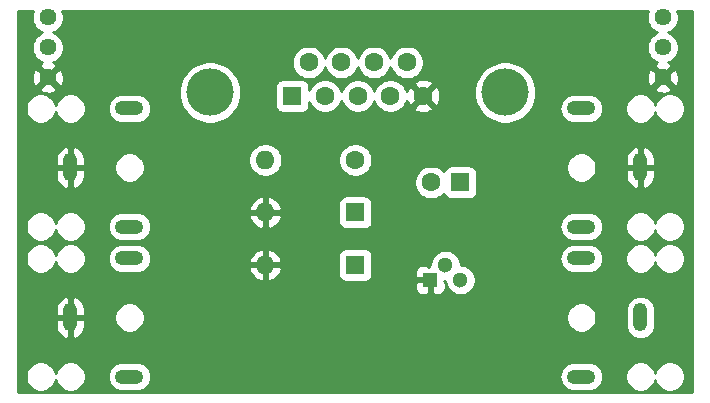
<source format=gbr>
G04 #@! TF.GenerationSoftware,KiCad,Pcbnew,(5.1.5)-3*
G04 #@! TF.CreationDate,2020-05-15T10:26:44+02:00*
G04 #@! TF.ProjectId,kenwood-tnc,6b656e77-6f6f-4642-9d74-6e632e6b6963,rev?*
G04 #@! TF.SameCoordinates,Original*
G04 #@! TF.FileFunction,Copper,L2,Bot*
G04 #@! TF.FilePolarity,Positive*
%FSLAX46Y46*%
G04 Gerber Fmt 4.6, Leading zero omitted, Abs format (unit mm)*
G04 Created by KiCad (PCBNEW (5.1.5)-3) date 2020-05-15 10:26:44*
%MOMM*%
%LPD*%
G04 APERTURE LIST*
%ADD10O,2.416000X1.208000*%
%ADD11O,1.208000X2.416000*%
%ADD12C,1.600000*%
%ADD13R,1.600000X1.600000*%
%ADD14R,1.300000X1.300000*%
%ADD15C,1.300000*%
%ADD16C,1.440000*%
%ADD17O,1.600000X1.600000*%
%ADD18C,4.000000*%
%ADD19C,0.254000*%
G04 APERTURE END LIST*
D10*
X95330000Y-51990000D03*
X95330000Y-41990000D03*
D11*
X100330000Y-46990000D03*
D10*
X95330000Y-39290000D03*
X95330000Y-29290000D03*
D11*
X100330000Y-34290000D03*
D10*
X57070000Y-29290000D03*
X57070000Y-39290000D03*
D11*
X52070000Y-34290000D03*
D10*
X57070000Y-41990000D03*
X57070000Y-51990000D03*
D11*
X52070000Y-46990000D03*
D12*
X82590000Y-35560000D03*
D13*
X85090000Y-35560000D03*
D14*
X82550000Y-43815000D03*
D15*
X85090000Y-43815000D03*
X83820000Y-42545000D03*
D16*
X50165000Y-21590000D03*
X50165000Y-24130000D03*
X50165000Y-26670000D03*
D17*
X68580000Y-38100000D03*
D13*
X76200000Y-38100000D03*
X76200000Y-42545000D03*
D17*
X68580000Y-42545000D03*
D13*
X70860000Y-28240000D03*
D12*
X73630000Y-28240000D03*
X76400000Y-28240000D03*
X79170000Y-28240000D03*
X81940000Y-28240000D03*
X72245000Y-25400000D03*
X75015000Y-25400000D03*
X77785000Y-25400000D03*
X80555000Y-25400000D03*
D18*
X88900000Y-27940000D03*
X63900000Y-27940000D03*
D12*
X76200000Y-33655000D03*
D17*
X68580000Y-33655000D03*
D16*
X102235000Y-26670000D03*
X102235000Y-24130000D03*
X102235000Y-21590000D03*
D19*
G36*
X48862072Y-21194761D02*
G01*
X48810000Y-21456544D01*
X48810000Y-21723456D01*
X48862072Y-21985239D01*
X48964215Y-22231833D01*
X49112503Y-22453762D01*
X49301238Y-22642497D01*
X49523167Y-22790785D01*
X49690266Y-22860000D01*
X49523167Y-22929215D01*
X49301238Y-23077503D01*
X49112503Y-23266238D01*
X48964215Y-23488167D01*
X48862072Y-23734761D01*
X48810000Y-23996544D01*
X48810000Y-24263456D01*
X48862072Y-24525239D01*
X48964215Y-24771833D01*
X49112503Y-24993762D01*
X49301238Y-25182497D01*
X49523167Y-25330785D01*
X49691324Y-25400438D01*
X49576647Y-25442125D01*
X49470932Y-25498632D01*
X49409045Y-25734440D01*
X50165000Y-26490395D01*
X50920955Y-25734440D01*
X50859068Y-25498632D01*
X50643993Y-25398236D01*
X50806833Y-25330785D01*
X50914768Y-25258665D01*
X70810000Y-25258665D01*
X70810000Y-25541335D01*
X70865147Y-25818574D01*
X70973320Y-26079727D01*
X71130363Y-26314759D01*
X71330241Y-26514637D01*
X71565273Y-26671680D01*
X71826426Y-26779853D01*
X72103665Y-26835000D01*
X72386335Y-26835000D01*
X72663574Y-26779853D01*
X72924727Y-26671680D01*
X73159759Y-26514637D01*
X73359637Y-26314759D01*
X73516680Y-26079727D01*
X73624853Y-25818574D01*
X73630000Y-25792699D01*
X73635147Y-25818574D01*
X73743320Y-26079727D01*
X73900363Y-26314759D01*
X74100241Y-26514637D01*
X74335273Y-26671680D01*
X74596426Y-26779853D01*
X74873665Y-26835000D01*
X75156335Y-26835000D01*
X75433574Y-26779853D01*
X75694727Y-26671680D01*
X75929759Y-26514637D01*
X76129637Y-26314759D01*
X76286680Y-26079727D01*
X76394853Y-25818574D01*
X76400000Y-25792699D01*
X76405147Y-25818574D01*
X76513320Y-26079727D01*
X76670363Y-26314759D01*
X76870241Y-26514637D01*
X77105273Y-26671680D01*
X77366426Y-26779853D01*
X77643665Y-26835000D01*
X77926335Y-26835000D01*
X78203574Y-26779853D01*
X78464727Y-26671680D01*
X78699759Y-26514637D01*
X78899637Y-26314759D01*
X79056680Y-26079727D01*
X79164853Y-25818574D01*
X79170000Y-25792699D01*
X79175147Y-25818574D01*
X79283320Y-26079727D01*
X79440363Y-26314759D01*
X79640241Y-26514637D01*
X79875273Y-26671680D01*
X80136426Y-26779853D01*
X80413665Y-26835000D01*
X80696335Y-26835000D01*
X80973574Y-26779853D01*
X81234727Y-26671680D01*
X81469759Y-26514637D01*
X81669637Y-26314759D01*
X81826680Y-26079727D01*
X81934853Y-25818574D01*
X81990000Y-25541335D01*
X81990000Y-25258665D01*
X81934853Y-24981426D01*
X81826680Y-24720273D01*
X81669637Y-24485241D01*
X81469759Y-24285363D01*
X81234727Y-24128320D01*
X80973574Y-24020147D01*
X80696335Y-23965000D01*
X80413665Y-23965000D01*
X80136426Y-24020147D01*
X79875273Y-24128320D01*
X79640241Y-24285363D01*
X79440363Y-24485241D01*
X79283320Y-24720273D01*
X79175147Y-24981426D01*
X79170000Y-25007301D01*
X79164853Y-24981426D01*
X79056680Y-24720273D01*
X78899637Y-24485241D01*
X78699759Y-24285363D01*
X78464727Y-24128320D01*
X78203574Y-24020147D01*
X77926335Y-23965000D01*
X77643665Y-23965000D01*
X77366426Y-24020147D01*
X77105273Y-24128320D01*
X76870241Y-24285363D01*
X76670363Y-24485241D01*
X76513320Y-24720273D01*
X76405147Y-24981426D01*
X76400000Y-25007301D01*
X76394853Y-24981426D01*
X76286680Y-24720273D01*
X76129637Y-24485241D01*
X75929759Y-24285363D01*
X75694727Y-24128320D01*
X75433574Y-24020147D01*
X75156335Y-23965000D01*
X74873665Y-23965000D01*
X74596426Y-24020147D01*
X74335273Y-24128320D01*
X74100241Y-24285363D01*
X73900363Y-24485241D01*
X73743320Y-24720273D01*
X73635147Y-24981426D01*
X73630000Y-25007301D01*
X73624853Y-24981426D01*
X73516680Y-24720273D01*
X73359637Y-24485241D01*
X73159759Y-24285363D01*
X72924727Y-24128320D01*
X72663574Y-24020147D01*
X72386335Y-23965000D01*
X72103665Y-23965000D01*
X71826426Y-24020147D01*
X71565273Y-24128320D01*
X71330241Y-24285363D01*
X71130363Y-24485241D01*
X70973320Y-24720273D01*
X70865147Y-24981426D01*
X70810000Y-25258665D01*
X50914768Y-25258665D01*
X51028762Y-25182497D01*
X51217497Y-24993762D01*
X51365785Y-24771833D01*
X51467928Y-24525239D01*
X51520000Y-24263456D01*
X51520000Y-23996544D01*
X51467928Y-23734761D01*
X51365785Y-23488167D01*
X51217497Y-23266238D01*
X51028762Y-23077503D01*
X50806833Y-22929215D01*
X50639734Y-22860000D01*
X50806833Y-22790785D01*
X51028762Y-22642497D01*
X51217497Y-22453762D01*
X51365785Y-22231833D01*
X51467928Y-21985239D01*
X51520000Y-21723456D01*
X51520000Y-21456544D01*
X51467928Y-21194761D01*
X51389326Y-21005000D01*
X101010674Y-21005000D01*
X100932072Y-21194761D01*
X100880000Y-21456544D01*
X100880000Y-21723456D01*
X100932072Y-21985239D01*
X101034215Y-22231833D01*
X101182503Y-22453762D01*
X101371238Y-22642497D01*
X101593167Y-22790785D01*
X101760266Y-22860000D01*
X101593167Y-22929215D01*
X101371238Y-23077503D01*
X101182503Y-23266238D01*
X101034215Y-23488167D01*
X100932072Y-23734761D01*
X100880000Y-23996544D01*
X100880000Y-24263456D01*
X100932072Y-24525239D01*
X101034215Y-24771833D01*
X101182503Y-24993762D01*
X101371238Y-25182497D01*
X101593167Y-25330785D01*
X101761324Y-25400438D01*
X101646647Y-25442125D01*
X101540932Y-25498632D01*
X101479045Y-25734440D01*
X102235000Y-26490395D01*
X102990955Y-25734440D01*
X102929068Y-25498632D01*
X102713993Y-25398236D01*
X102876833Y-25330785D01*
X103098762Y-25182497D01*
X103287497Y-24993762D01*
X103435785Y-24771833D01*
X103537928Y-24525239D01*
X103590000Y-24263456D01*
X103590000Y-23996544D01*
X103537928Y-23734761D01*
X103435785Y-23488167D01*
X103287497Y-23266238D01*
X103098762Y-23077503D01*
X102876833Y-22929215D01*
X102709734Y-22860000D01*
X102876833Y-22790785D01*
X103098762Y-22642497D01*
X103287497Y-22453762D01*
X103435785Y-22231833D01*
X103537928Y-21985239D01*
X103590000Y-21723456D01*
X103590000Y-21456544D01*
X103537928Y-21194761D01*
X103459326Y-21005000D01*
X104725000Y-21005000D01*
X104725001Y-53290000D01*
X47675000Y-53290000D01*
X47675000Y-51863439D01*
X48285000Y-51863439D01*
X48285000Y-52116561D01*
X48334381Y-52364821D01*
X48431247Y-52598676D01*
X48571875Y-52809140D01*
X48750860Y-52988125D01*
X48961324Y-53128753D01*
X49195179Y-53225619D01*
X49443439Y-53275000D01*
X49696561Y-53275000D01*
X49944821Y-53225619D01*
X50178676Y-53128753D01*
X50389140Y-52988125D01*
X50568125Y-52809140D01*
X50708753Y-52598676D01*
X50805619Y-52364821D01*
X50820000Y-52292521D01*
X50834381Y-52364821D01*
X50931247Y-52598676D01*
X51071875Y-52809140D01*
X51250860Y-52988125D01*
X51461324Y-53128753D01*
X51695179Y-53225619D01*
X51943439Y-53275000D01*
X52196561Y-53275000D01*
X52444821Y-53225619D01*
X52678676Y-53128753D01*
X52889140Y-52988125D01*
X53068125Y-52809140D01*
X53208753Y-52598676D01*
X53305619Y-52364821D01*
X53355000Y-52116561D01*
X53355000Y-51990000D01*
X55221006Y-51990000D01*
X55244928Y-52232886D01*
X55315776Y-52466439D01*
X55430825Y-52681682D01*
X55585656Y-52870344D01*
X55774318Y-53025175D01*
X55989561Y-53140224D01*
X56223114Y-53211072D01*
X56405141Y-53229000D01*
X57734859Y-53229000D01*
X57916886Y-53211072D01*
X58150439Y-53140224D01*
X58365682Y-53025175D01*
X58554344Y-52870344D01*
X58709175Y-52681682D01*
X58824224Y-52466439D01*
X58895072Y-52232886D01*
X58918994Y-51990000D01*
X93481006Y-51990000D01*
X93504928Y-52232886D01*
X93575776Y-52466439D01*
X93690825Y-52681682D01*
X93845656Y-52870344D01*
X94034318Y-53025175D01*
X94249561Y-53140224D01*
X94483114Y-53211072D01*
X94665141Y-53229000D01*
X95994859Y-53229000D01*
X96176886Y-53211072D01*
X96410439Y-53140224D01*
X96625682Y-53025175D01*
X96814344Y-52870344D01*
X96969175Y-52681682D01*
X97084224Y-52466439D01*
X97155072Y-52232886D01*
X97178994Y-51990000D01*
X97166529Y-51863439D01*
X99045000Y-51863439D01*
X99045000Y-52116561D01*
X99094381Y-52364821D01*
X99191247Y-52598676D01*
X99331875Y-52809140D01*
X99510860Y-52988125D01*
X99721324Y-53128753D01*
X99955179Y-53225619D01*
X100203439Y-53275000D01*
X100456561Y-53275000D01*
X100704821Y-53225619D01*
X100938676Y-53128753D01*
X101149140Y-52988125D01*
X101328125Y-52809140D01*
X101468753Y-52598676D01*
X101565619Y-52364821D01*
X101580000Y-52292521D01*
X101594381Y-52364821D01*
X101691247Y-52598676D01*
X101831875Y-52809140D01*
X102010860Y-52988125D01*
X102221324Y-53128753D01*
X102455179Y-53225619D01*
X102703439Y-53275000D01*
X102956561Y-53275000D01*
X103204821Y-53225619D01*
X103438676Y-53128753D01*
X103649140Y-52988125D01*
X103828125Y-52809140D01*
X103968753Y-52598676D01*
X104065619Y-52364821D01*
X104115000Y-52116561D01*
X104115000Y-51863439D01*
X104065619Y-51615179D01*
X103968753Y-51381324D01*
X103828125Y-51170860D01*
X103649140Y-50991875D01*
X103438676Y-50851247D01*
X103204821Y-50754381D01*
X102956561Y-50705000D01*
X102703439Y-50705000D01*
X102455179Y-50754381D01*
X102221324Y-50851247D01*
X102010860Y-50991875D01*
X101831875Y-51170860D01*
X101691247Y-51381324D01*
X101594381Y-51615179D01*
X101580000Y-51687479D01*
X101565619Y-51615179D01*
X101468753Y-51381324D01*
X101328125Y-51170860D01*
X101149140Y-50991875D01*
X100938676Y-50851247D01*
X100704821Y-50754381D01*
X100456561Y-50705000D01*
X100203439Y-50705000D01*
X99955179Y-50754381D01*
X99721324Y-50851247D01*
X99510860Y-50991875D01*
X99331875Y-51170860D01*
X99191247Y-51381324D01*
X99094381Y-51615179D01*
X99045000Y-51863439D01*
X97166529Y-51863439D01*
X97155072Y-51747114D01*
X97084224Y-51513561D01*
X96969175Y-51298318D01*
X96814344Y-51109656D01*
X96625682Y-50954825D01*
X96410439Y-50839776D01*
X96176886Y-50768928D01*
X95994859Y-50751000D01*
X94665141Y-50751000D01*
X94483114Y-50768928D01*
X94249561Y-50839776D01*
X94034318Y-50954825D01*
X93845656Y-51109656D01*
X93690825Y-51298318D01*
X93575776Y-51513561D01*
X93504928Y-51747114D01*
X93481006Y-51990000D01*
X58918994Y-51990000D01*
X58895072Y-51747114D01*
X58824224Y-51513561D01*
X58709175Y-51298318D01*
X58554344Y-51109656D01*
X58365682Y-50954825D01*
X58150439Y-50839776D01*
X57916886Y-50768928D01*
X57734859Y-50751000D01*
X56405141Y-50751000D01*
X56223114Y-50768928D01*
X55989561Y-50839776D01*
X55774318Y-50954825D01*
X55585656Y-51109656D01*
X55430825Y-51298318D01*
X55315776Y-51513561D01*
X55244928Y-51747114D01*
X55221006Y-51990000D01*
X53355000Y-51990000D01*
X53355000Y-51863439D01*
X53305619Y-51615179D01*
X53208753Y-51381324D01*
X53068125Y-51170860D01*
X52889140Y-50991875D01*
X52678676Y-50851247D01*
X52444821Y-50754381D01*
X52196561Y-50705000D01*
X51943439Y-50705000D01*
X51695179Y-50754381D01*
X51461324Y-50851247D01*
X51250860Y-50991875D01*
X51071875Y-51170860D01*
X50931247Y-51381324D01*
X50834381Y-51615179D01*
X50820000Y-51687479D01*
X50805619Y-51615179D01*
X50708753Y-51381324D01*
X50568125Y-51170860D01*
X50389140Y-50991875D01*
X50178676Y-50851247D01*
X49944821Y-50754381D01*
X49696561Y-50705000D01*
X49443439Y-50705000D01*
X49195179Y-50754381D01*
X48961324Y-50851247D01*
X48750860Y-50991875D01*
X48571875Y-51170860D01*
X48431247Y-51381324D01*
X48334381Y-51615179D01*
X48285000Y-51863439D01*
X47675000Y-51863439D01*
X47675000Y-47117000D01*
X50831000Y-47117000D01*
X50831000Y-47721000D01*
X50879584Y-47960277D01*
X50973915Y-48185478D01*
X51110368Y-48387948D01*
X51283699Y-48559907D01*
X51487247Y-48694747D01*
X51713190Y-48787286D01*
X51751762Y-48791433D01*
X51943000Y-48666759D01*
X51943000Y-47117000D01*
X52197000Y-47117000D01*
X52197000Y-48666759D01*
X52388238Y-48791433D01*
X52426810Y-48787286D01*
X52652753Y-48694747D01*
X52856301Y-48559907D01*
X53029632Y-48387948D01*
X53166085Y-48185478D01*
X53260416Y-47960277D01*
X53309000Y-47721000D01*
X53309000Y-47117000D01*
X52197000Y-47117000D01*
X51943000Y-47117000D01*
X50831000Y-47117000D01*
X47675000Y-47117000D01*
X47675000Y-46863439D01*
X55785000Y-46863439D01*
X55785000Y-47116561D01*
X55834381Y-47364821D01*
X55931247Y-47598676D01*
X56071875Y-47809140D01*
X56250860Y-47988125D01*
X56461324Y-48128753D01*
X56695179Y-48225619D01*
X56943439Y-48275000D01*
X57196561Y-48275000D01*
X57444821Y-48225619D01*
X57678676Y-48128753D01*
X57889140Y-47988125D01*
X58068125Y-47809140D01*
X58208753Y-47598676D01*
X58305619Y-47364821D01*
X58355000Y-47116561D01*
X58355000Y-46863439D01*
X94045000Y-46863439D01*
X94045000Y-47116561D01*
X94094381Y-47364821D01*
X94191247Y-47598676D01*
X94331875Y-47809140D01*
X94510860Y-47988125D01*
X94721324Y-48128753D01*
X94955179Y-48225619D01*
X95203439Y-48275000D01*
X95456561Y-48275000D01*
X95704821Y-48225619D01*
X95938676Y-48128753D01*
X96149140Y-47988125D01*
X96328125Y-47809140D01*
X96468753Y-47598676D01*
X96565619Y-47364821D01*
X96615000Y-47116561D01*
X96615000Y-46863439D01*
X96565619Y-46615179D01*
X96468753Y-46381324D01*
X96431213Y-46325141D01*
X99091000Y-46325141D01*
X99091000Y-47654858D01*
X99108928Y-47836885D01*
X99179776Y-48070438D01*
X99294825Y-48285681D01*
X99449656Y-48474344D01*
X99638318Y-48629175D01*
X99853561Y-48744224D01*
X100087114Y-48815072D01*
X100330000Y-48838994D01*
X100572885Y-48815072D01*
X100806438Y-48744224D01*
X101021681Y-48629175D01*
X101210344Y-48474344D01*
X101365175Y-48285682D01*
X101480224Y-48070439D01*
X101551072Y-47836886D01*
X101569000Y-47654859D01*
X101569000Y-46325141D01*
X101551072Y-46143114D01*
X101480224Y-45909561D01*
X101365175Y-45694318D01*
X101210344Y-45505656D01*
X101021682Y-45350825D01*
X100806439Y-45235776D01*
X100572886Y-45164928D01*
X100330000Y-45141006D01*
X100087115Y-45164928D01*
X99853562Y-45235776D01*
X99638319Y-45350825D01*
X99449657Y-45505656D01*
X99294826Y-45694318D01*
X99179776Y-45909561D01*
X99108928Y-46143114D01*
X99091000Y-46325141D01*
X96431213Y-46325141D01*
X96328125Y-46170860D01*
X96149140Y-45991875D01*
X95938676Y-45851247D01*
X95704821Y-45754381D01*
X95456561Y-45705000D01*
X95203439Y-45705000D01*
X94955179Y-45754381D01*
X94721324Y-45851247D01*
X94510860Y-45991875D01*
X94331875Y-46170860D01*
X94191247Y-46381324D01*
X94094381Y-46615179D01*
X94045000Y-46863439D01*
X58355000Y-46863439D01*
X58305619Y-46615179D01*
X58208753Y-46381324D01*
X58068125Y-46170860D01*
X57889140Y-45991875D01*
X57678676Y-45851247D01*
X57444821Y-45754381D01*
X57196561Y-45705000D01*
X56943439Y-45705000D01*
X56695179Y-45754381D01*
X56461324Y-45851247D01*
X56250860Y-45991875D01*
X56071875Y-46170860D01*
X55931247Y-46381324D01*
X55834381Y-46615179D01*
X55785000Y-46863439D01*
X47675000Y-46863439D01*
X47675000Y-46259000D01*
X50831000Y-46259000D01*
X50831000Y-46863000D01*
X51943000Y-46863000D01*
X51943000Y-45313241D01*
X52197000Y-45313241D01*
X52197000Y-46863000D01*
X53309000Y-46863000D01*
X53309000Y-46259000D01*
X53260416Y-46019723D01*
X53166085Y-45794522D01*
X53029632Y-45592052D01*
X52856301Y-45420093D01*
X52652753Y-45285253D01*
X52426810Y-45192714D01*
X52388238Y-45188567D01*
X52197000Y-45313241D01*
X51943000Y-45313241D01*
X51751762Y-45188567D01*
X51713190Y-45192714D01*
X51487247Y-45285253D01*
X51283699Y-45420093D01*
X51110368Y-45592052D01*
X50973915Y-45794522D01*
X50879584Y-46019723D01*
X50831000Y-46259000D01*
X47675000Y-46259000D01*
X47675000Y-44465000D01*
X81261928Y-44465000D01*
X81274188Y-44589482D01*
X81310498Y-44709180D01*
X81369463Y-44819494D01*
X81448815Y-44916185D01*
X81545506Y-44995537D01*
X81655820Y-45054502D01*
X81775518Y-45090812D01*
X81900000Y-45103072D01*
X82264250Y-45100000D01*
X82423000Y-44941250D01*
X82423000Y-43942000D01*
X81423750Y-43942000D01*
X81265000Y-44100750D01*
X81261928Y-44465000D01*
X47675000Y-44465000D01*
X47675000Y-41863439D01*
X48285000Y-41863439D01*
X48285000Y-42116561D01*
X48334381Y-42364821D01*
X48431247Y-42598676D01*
X48571875Y-42809140D01*
X48750860Y-42988125D01*
X48961324Y-43128753D01*
X49195179Y-43225619D01*
X49443439Y-43275000D01*
X49696561Y-43275000D01*
X49944821Y-43225619D01*
X50178676Y-43128753D01*
X50389140Y-42988125D01*
X50568125Y-42809140D01*
X50708753Y-42598676D01*
X50805619Y-42364821D01*
X50820000Y-42292521D01*
X50834381Y-42364821D01*
X50931247Y-42598676D01*
X51071875Y-42809140D01*
X51250860Y-42988125D01*
X51461324Y-43128753D01*
X51695179Y-43225619D01*
X51943439Y-43275000D01*
X52196561Y-43275000D01*
X52444821Y-43225619D01*
X52678676Y-43128753D01*
X52889140Y-42988125D01*
X53068125Y-42809140D01*
X53208753Y-42598676D01*
X53305619Y-42364821D01*
X53355000Y-42116561D01*
X53355000Y-41990000D01*
X55221006Y-41990000D01*
X55244928Y-42232886D01*
X55315776Y-42466439D01*
X55430825Y-42681682D01*
X55585656Y-42870344D01*
X55774318Y-43025175D01*
X55989561Y-43140224D01*
X56223114Y-43211072D01*
X56405141Y-43229000D01*
X57734859Y-43229000D01*
X57916886Y-43211072D01*
X58150439Y-43140224D01*
X58365682Y-43025175D01*
X58525471Y-42894039D01*
X67188096Y-42894039D01*
X67228754Y-43028087D01*
X67348963Y-43282420D01*
X67516481Y-43508414D01*
X67724869Y-43697385D01*
X67966119Y-43842070D01*
X68230960Y-43936909D01*
X68453000Y-43815624D01*
X68453000Y-42672000D01*
X68707000Y-42672000D01*
X68707000Y-43815624D01*
X68929040Y-43936909D01*
X69193881Y-43842070D01*
X69435131Y-43697385D01*
X69643519Y-43508414D01*
X69811037Y-43282420D01*
X69931246Y-43028087D01*
X69971904Y-42894039D01*
X69849915Y-42672000D01*
X68707000Y-42672000D01*
X68453000Y-42672000D01*
X67310085Y-42672000D01*
X67188096Y-42894039D01*
X58525471Y-42894039D01*
X58554344Y-42870344D01*
X58709175Y-42681682D01*
X58824224Y-42466439D01*
X58895072Y-42232886D01*
X58898708Y-42195961D01*
X67188096Y-42195961D01*
X67310085Y-42418000D01*
X68453000Y-42418000D01*
X68453000Y-41274376D01*
X68707000Y-41274376D01*
X68707000Y-42418000D01*
X69849915Y-42418000D01*
X69971904Y-42195961D01*
X69931246Y-42061913D01*
X69811037Y-41807580D01*
X69764650Y-41745000D01*
X74761928Y-41745000D01*
X74761928Y-43345000D01*
X74774188Y-43469482D01*
X74810498Y-43589180D01*
X74869463Y-43699494D01*
X74948815Y-43796185D01*
X75045506Y-43875537D01*
X75155820Y-43934502D01*
X75275518Y-43970812D01*
X75400000Y-43983072D01*
X77000000Y-43983072D01*
X77124482Y-43970812D01*
X77244180Y-43934502D01*
X77354494Y-43875537D01*
X77451185Y-43796185D01*
X77530537Y-43699494D01*
X77589502Y-43589180D01*
X77625812Y-43469482D01*
X77638072Y-43345000D01*
X77638072Y-43165000D01*
X81261928Y-43165000D01*
X81265000Y-43529250D01*
X81423750Y-43688000D01*
X82423000Y-43688000D01*
X82423000Y-43668000D01*
X82677000Y-43668000D01*
X82677000Y-43688000D01*
X82697000Y-43688000D01*
X82697000Y-43942000D01*
X82677000Y-43942000D01*
X82677000Y-44941250D01*
X82835750Y-45100000D01*
X83200000Y-45103072D01*
X83324482Y-45090812D01*
X83444180Y-45054502D01*
X83554494Y-44995537D01*
X83651185Y-44916185D01*
X83730537Y-44819494D01*
X83789502Y-44709180D01*
X83825812Y-44589482D01*
X83838072Y-44465000D01*
X83835000Y-44100750D01*
X83676252Y-43942002D01*
X83805088Y-43942002D01*
X83854381Y-44189821D01*
X83951247Y-44423676D01*
X84091875Y-44634140D01*
X84270860Y-44813125D01*
X84481324Y-44953753D01*
X84715179Y-45050619D01*
X84963439Y-45100000D01*
X85216561Y-45100000D01*
X85464821Y-45050619D01*
X85698676Y-44953753D01*
X85909140Y-44813125D01*
X86088125Y-44634140D01*
X86228753Y-44423676D01*
X86325619Y-44189821D01*
X86375000Y-43941561D01*
X86375000Y-43688439D01*
X86325619Y-43440179D01*
X86228753Y-43206324D01*
X86088125Y-42995860D01*
X85909140Y-42816875D01*
X85698676Y-42676247D01*
X85464821Y-42579381D01*
X85216561Y-42530000D01*
X85105000Y-42530000D01*
X85105000Y-42418439D01*
X85055619Y-42170179D01*
X84980987Y-41990000D01*
X93481006Y-41990000D01*
X93504928Y-42232886D01*
X93575776Y-42466439D01*
X93690825Y-42681682D01*
X93845656Y-42870344D01*
X94034318Y-43025175D01*
X94249561Y-43140224D01*
X94483114Y-43211072D01*
X94665141Y-43229000D01*
X95994859Y-43229000D01*
X96176886Y-43211072D01*
X96410439Y-43140224D01*
X96625682Y-43025175D01*
X96814344Y-42870344D01*
X96969175Y-42681682D01*
X97084224Y-42466439D01*
X97155072Y-42232886D01*
X97178994Y-41990000D01*
X97166529Y-41863439D01*
X99045000Y-41863439D01*
X99045000Y-42116561D01*
X99094381Y-42364821D01*
X99191247Y-42598676D01*
X99331875Y-42809140D01*
X99510860Y-42988125D01*
X99721324Y-43128753D01*
X99955179Y-43225619D01*
X100203439Y-43275000D01*
X100456561Y-43275000D01*
X100704821Y-43225619D01*
X100938676Y-43128753D01*
X101149140Y-42988125D01*
X101328125Y-42809140D01*
X101468753Y-42598676D01*
X101565619Y-42364821D01*
X101580000Y-42292521D01*
X101594381Y-42364821D01*
X101691247Y-42598676D01*
X101831875Y-42809140D01*
X102010860Y-42988125D01*
X102221324Y-43128753D01*
X102455179Y-43225619D01*
X102703439Y-43275000D01*
X102956561Y-43275000D01*
X103204821Y-43225619D01*
X103438676Y-43128753D01*
X103649140Y-42988125D01*
X103828125Y-42809140D01*
X103968753Y-42598676D01*
X104065619Y-42364821D01*
X104115000Y-42116561D01*
X104115000Y-41863439D01*
X104065619Y-41615179D01*
X103968753Y-41381324D01*
X103828125Y-41170860D01*
X103649140Y-40991875D01*
X103438676Y-40851247D01*
X103204821Y-40754381D01*
X102956561Y-40705000D01*
X102703439Y-40705000D01*
X102455179Y-40754381D01*
X102221324Y-40851247D01*
X102010860Y-40991875D01*
X101831875Y-41170860D01*
X101691247Y-41381324D01*
X101594381Y-41615179D01*
X101580000Y-41687479D01*
X101565619Y-41615179D01*
X101468753Y-41381324D01*
X101328125Y-41170860D01*
X101149140Y-40991875D01*
X100938676Y-40851247D01*
X100704821Y-40754381D01*
X100456561Y-40705000D01*
X100203439Y-40705000D01*
X99955179Y-40754381D01*
X99721324Y-40851247D01*
X99510860Y-40991875D01*
X99331875Y-41170860D01*
X99191247Y-41381324D01*
X99094381Y-41615179D01*
X99045000Y-41863439D01*
X97166529Y-41863439D01*
X97155072Y-41747114D01*
X97084224Y-41513561D01*
X96969175Y-41298318D01*
X96814344Y-41109656D01*
X96625682Y-40954825D01*
X96410439Y-40839776D01*
X96176886Y-40768928D01*
X95994859Y-40751000D01*
X94665141Y-40751000D01*
X94483114Y-40768928D01*
X94249561Y-40839776D01*
X94034318Y-40954825D01*
X93845656Y-41109656D01*
X93690825Y-41298318D01*
X93575776Y-41513561D01*
X93504928Y-41747114D01*
X93481006Y-41990000D01*
X84980987Y-41990000D01*
X84958753Y-41936324D01*
X84818125Y-41725860D01*
X84639140Y-41546875D01*
X84428676Y-41406247D01*
X84194821Y-41309381D01*
X83946561Y-41260000D01*
X83693439Y-41260000D01*
X83445179Y-41309381D01*
X83211324Y-41406247D01*
X83000860Y-41546875D01*
X82821875Y-41725860D01*
X82681247Y-41936324D01*
X82584381Y-42170179D01*
X82535000Y-42418439D01*
X82535000Y-42530000D01*
X82422998Y-42530000D01*
X82422998Y-42688748D01*
X82264250Y-42530000D01*
X81900000Y-42526928D01*
X81775518Y-42539188D01*
X81655820Y-42575498D01*
X81545506Y-42634463D01*
X81448815Y-42713815D01*
X81369463Y-42810506D01*
X81310498Y-42920820D01*
X81274188Y-43040518D01*
X81261928Y-43165000D01*
X77638072Y-43165000D01*
X77638072Y-41745000D01*
X77625812Y-41620518D01*
X77589502Y-41500820D01*
X77530537Y-41390506D01*
X77451185Y-41293815D01*
X77354494Y-41214463D01*
X77244180Y-41155498D01*
X77124482Y-41119188D01*
X77000000Y-41106928D01*
X75400000Y-41106928D01*
X75275518Y-41119188D01*
X75155820Y-41155498D01*
X75045506Y-41214463D01*
X74948815Y-41293815D01*
X74869463Y-41390506D01*
X74810498Y-41500820D01*
X74774188Y-41620518D01*
X74761928Y-41745000D01*
X69764650Y-41745000D01*
X69643519Y-41581586D01*
X69435131Y-41392615D01*
X69193881Y-41247930D01*
X68929040Y-41153091D01*
X68707000Y-41274376D01*
X68453000Y-41274376D01*
X68230960Y-41153091D01*
X67966119Y-41247930D01*
X67724869Y-41392615D01*
X67516481Y-41581586D01*
X67348963Y-41807580D01*
X67228754Y-42061913D01*
X67188096Y-42195961D01*
X58898708Y-42195961D01*
X58918994Y-41990000D01*
X58895072Y-41747114D01*
X58824224Y-41513561D01*
X58709175Y-41298318D01*
X58554344Y-41109656D01*
X58365682Y-40954825D01*
X58150439Y-40839776D01*
X57916886Y-40768928D01*
X57734859Y-40751000D01*
X56405141Y-40751000D01*
X56223114Y-40768928D01*
X55989561Y-40839776D01*
X55774318Y-40954825D01*
X55585656Y-41109656D01*
X55430825Y-41298318D01*
X55315776Y-41513561D01*
X55244928Y-41747114D01*
X55221006Y-41990000D01*
X53355000Y-41990000D01*
X53355000Y-41863439D01*
X53305619Y-41615179D01*
X53208753Y-41381324D01*
X53068125Y-41170860D01*
X52889140Y-40991875D01*
X52678676Y-40851247D01*
X52444821Y-40754381D01*
X52196561Y-40705000D01*
X51943439Y-40705000D01*
X51695179Y-40754381D01*
X51461324Y-40851247D01*
X51250860Y-40991875D01*
X51071875Y-41170860D01*
X50931247Y-41381324D01*
X50834381Y-41615179D01*
X50820000Y-41687479D01*
X50805619Y-41615179D01*
X50708753Y-41381324D01*
X50568125Y-41170860D01*
X50389140Y-40991875D01*
X50178676Y-40851247D01*
X49944821Y-40754381D01*
X49696561Y-40705000D01*
X49443439Y-40705000D01*
X49195179Y-40754381D01*
X48961324Y-40851247D01*
X48750860Y-40991875D01*
X48571875Y-41170860D01*
X48431247Y-41381324D01*
X48334381Y-41615179D01*
X48285000Y-41863439D01*
X47675000Y-41863439D01*
X47675000Y-39163439D01*
X48285000Y-39163439D01*
X48285000Y-39416561D01*
X48334381Y-39664821D01*
X48431247Y-39898676D01*
X48571875Y-40109140D01*
X48750860Y-40288125D01*
X48961324Y-40428753D01*
X49195179Y-40525619D01*
X49443439Y-40575000D01*
X49696561Y-40575000D01*
X49944821Y-40525619D01*
X50178676Y-40428753D01*
X50389140Y-40288125D01*
X50568125Y-40109140D01*
X50708753Y-39898676D01*
X50805619Y-39664821D01*
X50820000Y-39592521D01*
X50834381Y-39664821D01*
X50931247Y-39898676D01*
X51071875Y-40109140D01*
X51250860Y-40288125D01*
X51461324Y-40428753D01*
X51695179Y-40525619D01*
X51943439Y-40575000D01*
X52196561Y-40575000D01*
X52444821Y-40525619D01*
X52678676Y-40428753D01*
X52889140Y-40288125D01*
X53068125Y-40109140D01*
X53208753Y-39898676D01*
X53305619Y-39664821D01*
X53355000Y-39416561D01*
X53355000Y-39290000D01*
X55221006Y-39290000D01*
X55244928Y-39532886D01*
X55315776Y-39766439D01*
X55430825Y-39981682D01*
X55585656Y-40170344D01*
X55774318Y-40325175D01*
X55989561Y-40440224D01*
X56223114Y-40511072D01*
X56405141Y-40529000D01*
X57734859Y-40529000D01*
X57916886Y-40511072D01*
X58150439Y-40440224D01*
X58365682Y-40325175D01*
X58554344Y-40170344D01*
X58709175Y-39981682D01*
X58824224Y-39766439D01*
X58895072Y-39532886D01*
X58918994Y-39290000D01*
X58895072Y-39047114D01*
X58824224Y-38813561D01*
X58709175Y-38598318D01*
X58586665Y-38449039D01*
X67188096Y-38449039D01*
X67228754Y-38583087D01*
X67348963Y-38837420D01*
X67516481Y-39063414D01*
X67724869Y-39252385D01*
X67966119Y-39397070D01*
X68230960Y-39491909D01*
X68453000Y-39370624D01*
X68453000Y-38227000D01*
X68707000Y-38227000D01*
X68707000Y-39370624D01*
X68929040Y-39491909D01*
X69193881Y-39397070D01*
X69435131Y-39252385D01*
X69643519Y-39063414D01*
X69811037Y-38837420D01*
X69931246Y-38583087D01*
X69971904Y-38449039D01*
X69849915Y-38227000D01*
X68707000Y-38227000D01*
X68453000Y-38227000D01*
X67310085Y-38227000D01*
X67188096Y-38449039D01*
X58586665Y-38449039D01*
X58554344Y-38409656D01*
X58365682Y-38254825D01*
X58150439Y-38139776D01*
X57916886Y-38068928D01*
X57734859Y-38051000D01*
X56405141Y-38051000D01*
X56223114Y-38068928D01*
X55989561Y-38139776D01*
X55774318Y-38254825D01*
X55585656Y-38409656D01*
X55430825Y-38598318D01*
X55315776Y-38813561D01*
X55244928Y-39047114D01*
X55221006Y-39290000D01*
X53355000Y-39290000D01*
X53355000Y-39163439D01*
X53305619Y-38915179D01*
X53208753Y-38681324D01*
X53068125Y-38470860D01*
X52889140Y-38291875D01*
X52678676Y-38151247D01*
X52444821Y-38054381D01*
X52196561Y-38005000D01*
X51943439Y-38005000D01*
X51695179Y-38054381D01*
X51461324Y-38151247D01*
X51250860Y-38291875D01*
X51071875Y-38470860D01*
X50931247Y-38681324D01*
X50834381Y-38915179D01*
X50820000Y-38987479D01*
X50805619Y-38915179D01*
X50708753Y-38681324D01*
X50568125Y-38470860D01*
X50389140Y-38291875D01*
X50178676Y-38151247D01*
X49944821Y-38054381D01*
X49696561Y-38005000D01*
X49443439Y-38005000D01*
X49195179Y-38054381D01*
X48961324Y-38151247D01*
X48750860Y-38291875D01*
X48571875Y-38470860D01*
X48431247Y-38681324D01*
X48334381Y-38915179D01*
X48285000Y-39163439D01*
X47675000Y-39163439D01*
X47675000Y-37750961D01*
X67188096Y-37750961D01*
X67310085Y-37973000D01*
X68453000Y-37973000D01*
X68453000Y-36829376D01*
X68707000Y-36829376D01*
X68707000Y-37973000D01*
X69849915Y-37973000D01*
X69971904Y-37750961D01*
X69931246Y-37616913D01*
X69811037Y-37362580D01*
X69764650Y-37300000D01*
X74761928Y-37300000D01*
X74761928Y-38900000D01*
X74774188Y-39024482D01*
X74810498Y-39144180D01*
X74869463Y-39254494D01*
X74948815Y-39351185D01*
X75045506Y-39430537D01*
X75155820Y-39489502D01*
X75275518Y-39525812D01*
X75400000Y-39538072D01*
X77000000Y-39538072D01*
X77124482Y-39525812D01*
X77244180Y-39489502D01*
X77354494Y-39430537D01*
X77451185Y-39351185D01*
X77501398Y-39290000D01*
X93481006Y-39290000D01*
X93504928Y-39532886D01*
X93575776Y-39766439D01*
X93690825Y-39981682D01*
X93845656Y-40170344D01*
X94034318Y-40325175D01*
X94249561Y-40440224D01*
X94483114Y-40511072D01*
X94665141Y-40529000D01*
X95994859Y-40529000D01*
X96176886Y-40511072D01*
X96410439Y-40440224D01*
X96625682Y-40325175D01*
X96814344Y-40170344D01*
X96969175Y-39981682D01*
X97084224Y-39766439D01*
X97155072Y-39532886D01*
X97178994Y-39290000D01*
X97166529Y-39163439D01*
X99045000Y-39163439D01*
X99045000Y-39416561D01*
X99094381Y-39664821D01*
X99191247Y-39898676D01*
X99331875Y-40109140D01*
X99510860Y-40288125D01*
X99721324Y-40428753D01*
X99955179Y-40525619D01*
X100203439Y-40575000D01*
X100456561Y-40575000D01*
X100704821Y-40525619D01*
X100938676Y-40428753D01*
X101149140Y-40288125D01*
X101328125Y-40109140D01*
X101468753Y-39898676D01*
X101565619Y-39664821D01*
X101580000Y-39592521D01*
X101594381Y-39664821D01*
X101691247Y-39898676D01*
X101831875Y-40109140D01*
X102010860Y-40288125D01*
X102221324Y-40428753D01*
X102455179Y-40525619D01*
X102703439Y-40575000D01*
X102956561Y-40575000D01*
X103204821Y-40525619D01*
X103438676Y-40428753D01*
X103649140Y-40288125D01*
X103828125Y-40109140D01*
X103968753Y-39898676D01*
X104065619Y-39664821D01*
X104115000Y-39416561D01*
X104115000Y-39163439D01*
X104065619Y-38915179D01*
X103968753Y-38681324D01*
X103828125Y-38470860D01*
X103649140Y-38291875D01*
X103438676Y-38151247D01*
X103204821Y-38054381D01*
X102956561Y-38005000D01*
X102703439Y-38005000D01*
X102455179Y-38054381D01*
X102221324Y-38151247D01*
X102010860Y-38291875D01*
X101831875Y-38470860D01*
X101691247Y-38681324D01*
X101594381Y-38915179D01*
X101580000Y-38987479D01*
X101565619Y-38915179D01*
X101468753Y-38681324D01*
X101328125Y-38470860D01*
X101149140Y-38291875D01*
X100938676Y-38151247D01*
X100704821Y-38054381D01*
X100456561Y-38005000D01*
X100203439Y-38005000D01*
X99955179Y-38054381D01*
X99721324Y-38151247D01*
X99510860Y-38291875D01*
X99331875Y-38470860D01*
X99191247Y-38681324D01*
X99094381Y-38915179D01*
X99045000Y-39163439D01*
X97166529Y-39163439D01*
X97155072Y-39047114D01*
X97084224Y-38813561D01*
X96969175Y-38598318D01*
X96814344Y-38409656D01*
X96625682Y-38254825D01*
X96410439Y-38139776D01*
X96176886Y-38068928D01*
X95994859Y-38051000D01*
X94665141Y-38051000D01*
X94483114Y-38068928D01*
X94249561Y-38139776D01*
X94034318Y-38254825D01*
X93845656Y-38409656D01*
X93690825Y-38598318D01*
X93575776Y-38813561D01*
X93504928Y-39047114D01*
X93481006Y-39290000D01*
X77501398Y-39290000D01*
X77530537Y-39254494D01*
X77589502Y-39144180D01*
X77625812Y-39024482D01*
X77638072Y-38900000D01*
X77638072Y-37300000D01*
X77625812Y-37175518D01*
X77589502Y-37055820D01*
X77530537Y-36945506D01*
X77451185Y-36848815D01*
X77354494Y-36769463D01*
X77244180Y-36710498D01*
X77124482Y-36674188D01*
X77000000Y-36661928D01*
X75400000Y-36661928D01*
X75275518Y-36674188D01*
X75155820Y-36710498D01*
X75045506Y-36769463D01*
X74948815Y-36848815D01*
X74869463Y-36945506D01*
X74810498Y-37055820D01*
X74774188Y-37175518D01*
X74761928Y-37300000D01*
X69764650Y-37300000D01*
X69643519Y-37136586D01*
X69435131Y-36947615D01*
X69193881Y-36802930D01*
X68929040Y-36708091D01*
X68707000Y-36829376D01*
X68453000Y-36829376D01*
X68230960Y-36708091D01*
X67966119Y-36802930D01*
X67724869Y-36947615D01*
X67516481Y-37136586D01*
X67348963Y-37362580D01*
X67228754Y-37616913D01*
X67188096Y-37750961D01*
X47675000Y-37750961D01*
X47675000Y-34417000D01*
X50831000Y-34417000D01*
X50831000Y-35021000D01*
X50879584Y-35260277D01*
X50973915Y-35485478D01*
X51110368Y-35687948D01*
X51283699Y-35859907D01*
X51487247Y-35994747D01*
X51713190Y-36087286D01*
X51751762Y-36091433D01*
X51943000Y-35966759D01*
X51943000Y-34417000D01*
X52197000Y-34417000D01*
X52197000Y-35966759D01*
X52388238Y-36091433D01*
X52426810Y-36087286D01*
X52652753Y-35994747D01*
X52856301Y-35859907D01*
X53029632Y-35687948D01*
X53166085Y-35485478D01*
X53260416Y-35260277D01*
X53309000Y-35021000D01*
X53309000Y-34417000D01*
X52197000Y-34417000D01*
X51943000Y-34417000D01*
X50831000Y-34417000D01*
X47675000Y-34417000D01*
X47675000Y-34163439D01*
X55785000Y-34163439D01*
X55785000Y-34416561D01*
X55834381Y-34664821D01*
X55931247Y-34898676D01*
X56071875Y-35109140D01*
X56250860Y-35288125D01*
X56461324Y-35428753D01*
X56695179Y-35525619D01*
X56943439Y-35575000D01*
X57196561Y-35575000D01*
X57444821Y-35525619D01*
X57678676Y-35428753D01*
X57693773Y-35418665D01*
X81155000Y-35418665D01*
X81155000Y-35701335D01*
X81210147Y-35978574D01*
X81318320Y-36239727D01*
X81475363Y-36474759D01*
X81675241Y-36674637D01*
X81910273Y-36831680D01*
X82171426Y-36939853D01*
X82448665Y-36995000D01*
X82731335Y-36995000D01*
X83008574Y-36939853D01*
X83269727Y-36831680D01*
X83504759Y-36674637D01*
X83671339Y-36508057D01*
X83700498Y-36604180D01*
X83759463Y-36714494D01*
X83838815Y-36811185D01*
X83935506Y-36890537D01*
X84045820Y-36949502D01*
X84165518Y-36985812D01*
X84290000Y-36998072D01*
X85890000Y-36998072D01*
X86014482Y-36985812D01*
X86134180Y-36949502D01*
X86244494Y-36890537D01*
X86341185Y-36811185D01*
X86420537Y-36714494D01*
X86479502Y-36604180D01*
X86515812Y-36484482D01*
X86528072Y-36360000D01*
X86528072Y-34760000D01*
X86515812Y-34635518D01*
X86479502Y-34515820D01*
X86420537Y-34405506D01*
X86341185Y-34308815D01*
X86244494Y-34229463D01*
X86134180Y-34170498D01*
X86110910Y-34163439D01*
X94045000Y-34163439D01*
X94045000Y-34416561D01*
X94094381Y-34664821D01*
X94191247Y-34898676D01*
X94331875Y-35109140D01*
X94510860Y-35288125D01*
X94721324Y-35428753D01*
X94955179Y-35525619D01*
X95203439Y-35575000D01*
X95456561Y-35575000D01*
X95704821Y-35525619D01*
X95938676Y-35428753D01*
X96149140Y-35288125D01*
X96328125Y-35109140D01*
X96468753Y-34898676D01*
X96565619Y-34664821D01*
X96614912Y-34417000D01*
X99091000Y-34417000D01*
X99091000Y-35021000D01*
X99139584Y-35260277D01*
X99233915Y-35485478D01*
X99370368Y-35687948D01*
X99543699Y-35859907D01*
X99747247Y-35994747D01*
X99973190Y-36087286D01*
X100011762Y-36091433D01*
X100203000Y-35966759D01*
X100203000Y-34417000D01*
X100457000Y-34417000D01*
X100457000Y-35966759D01*
X100648238Y-36091433D01*
X100686810Y-36087286D01*
X100912753Y-35994747D01*
X101116301Y-35859907D01*
X101289632Y-35687948D01*
X101426085Y-35485478D01*
X101520416Y-35260277D01*
X101569000Y-35021000D01*
X101569000Y-34417000D01*
X100457000Y-34417000D01*
X100203000Y-34417000D01*
X99091000Y-34417000D01*
X96614912Y-34417000D01*
X96615000Y-34416561D01*
X96615000Y-34163439D01*
X96565619Y-33915179D01*
X96468753Y-33681324D01*
X96387019Y-33559000D01*
X99091000Y-33559000D01*
X99091000Y-34163000D01*
X100203000Y-34163000D01*
X100203000Y-32613241D01*
X100457000Y-32613241D01*
X100457000Y-34163000D01*
X101569000Y-34163000D01*
X101569000Y-33559000D01*
X101520416Y-33319723D01*
X101426085Y-33094522D01*
X101289632Y-32892052D01*
X101116301Y-32720093D01*
X100912753Y-32585253D01*
X100686810Y-32492714D01*
X100648238Y-32488567D01*
X100457000Y-32613241D01*
X100203000Y-32613241D01*
X100011762Y-32488567D01*
X99973190Y-32492714D01*
X99747247Y-32585253D01*
X99543699Y-32720093D01*
X99370368Y-32892052D01*
X99233915Y-33094522D01*
X99139584Y-33319723D01*
X99091000Y-33559000D01*
X96387019Y-33559000D01*
X96328125Y-33470860D01*
X96149140Y-33291875D01*
X95938676Y-33151247D01*
X95704821Y-33054381D01*
X95456561Y-33005000D01*
X95203439Y-33005000D01*
X94955179Y-33054381D01*
X94721324Y-33151247D01*
X94510860Y-33291875D01*
X94331875Y-33470860D01*
X94191247Y-33681324D01*
X94094381Y-33915179D01*
X94045000Y-34163439D01*
X86110910Y-34163439D01*
X86014482Y-34134188D01*
X85890000Y-34121928D01*
X84290000Y-34121928D01*
X84165518Y-34134188D01*
X84045820Y-34170498D01*
X83935506Y-34229463D01*
X83838815Y-34308815D01*
X83759463Y-34405506D01*
X83700498Y-34515820D01*
X83671339Y-34611943D01*
X83504759Y-34445363D01*
X83269727Y-34288320D01*
X83008574Y-34180147D01*
X82731335Y-34125000D01*
X82448665Y-34125000D01*
X82171426Y-34180147D01*
X81910273Y-34288320D01*
X81675241Y-34445363D01*
X81475363Y-34645241D01*
X81318320Y-34880273D01*
X81210147Y-35141426D01*
X81155000Y-35418665D01*
X57693773Y-35418665D01*
X57889140Y-35288125D01*
X58068125Y-35109140D01*
X58208753Y-34898676D01*
X58305619Y-34664821D01*
X58355000Y-34416561D01*
X58355000Y-34163439D01*
X58305619Y-33915179D01*
X58208753Y-33681324D01*
X58096727Y-33513665D01*
X67145000Y-33513665D01*
X67145000Y-33796335D01*
X67200147Y-34073574D01*
X67308320Y-34334727D01*
X67465363Y-34569759D01*
X67665241Y-34769637D01*
X67900273Y-34926680D01*
X68161426Y-35034853D01*
X68438665Y-35090000D01*
X68721335Y-35090000D01*
X68998574Y-35034853D01*
X69259727Y-34926680D01*
X69494759Y-34769637D01*
X69694637Y-34569759D01*
X69851680Y-34334727D01*
X69959853Y-34073574D01*
X70015000Y-33796335D01*
X70015000Y-33513665D01*
X74765000Y-33513665D01*
X74765000Y-33796335D01*
X74820147Y-34073574D01*
X74928320Y-34334727D01*
X75085363Y-34569759D01*
X75285241Y-34769637D01*
X75520273Y-34926680D01*
X75781426Y-35034853D01*
X76058665Y-35090000D01*
X76341335Y-35090000D01*
X76618574Y-35034853D01*
X76879727Y-34926680D01*
X77114759Y-34769637D01*
X77314637Y-34569759D01*
X77471680Y-34334727D01*
X77579853Y-34073574D01*
X77635000Y-33796335D01*
X77635000Y-33513665D01*
X77579853Y-33236426D01*
X77471680Y-32975273D01*
X77314637Y-32740241D01*
X77114759Y-32540363D01*
X76879727Y-32383320D01*
X76618574Y-32275147D01*
X76341335Y-32220000D01*
X76058665Y-32220000D01*
X75781426Y-32275147D01*
X75520273Y-32383320D01*
X75285241Y-32540363D01*
X75085363Y-32740241D01*
X74928320Y-32975273D01*
X74820147Y-33236426D01*
X74765000Y-33513665D01*
X70015000Y-33513665D01*
X69959853Y-33236426D01*
X69851680Y-32975273D01*
X69694637Y-32740241D01*
X69494759Y-32540363D01*
X69259727Y-32383320D01*
X68998574Y-32275147D01*
X68721335Y-32220000D01*
X68438665Y-32220000D01*
X68161426Y-32275147D01*
X67900273Y-32383320D01*
X67665241Y-32540363D01*
X67465363Y-32740241D01*
X67308320Y-32975273D01*
X67200147Y-33236426D01*
X67145000Y-33513665D01*
X58096727Y-33513665D01*
X58068125Y-33470860D01*
X57889140Y-33291875D01*
X57678676Y-33151247D01*
X57444821Y-33054381D01*
X57196561Y-33005000D01*
X56943439Y-33005000D01*
X56695179Y-33054381D01*
X56461324Y-33151247D01*
X56250860Y-33291875D01*
X56071875Y-33470860D01*
X55931247Y-33681324D01*
X55834381Y-33915179D01*
X55785000Y-34163439D01*
X47675000Y-34163439D01*
X47675000Y-33559000D01*
X50831000Y-33559000D01*
X50831000Y-34163000D01*
X51943000Y-34163000D01*
X51943000Y-32613241D01*
X52197000Y-32613241D01*
X52197000Y-34163000D01*
X53309000Y-34163000D01*
X53309000Y-33559000D01*
X53260416Y-33319723D01*
X53166085Y-33094522D01*
X53029632Y-32892052D01*
X52856301Y-32720093D01*
X52652753Y-32585253D01*
X52426810Y-32492714D01*
X52388238Y-32488567D01*
X52197000Y-32613241D01*
X51943000Y-32613241D01*
X51751762Y-32488567D01*
X51713190Y-32492714D01*
X51487247Y-32585253D01*
X51283699Y-32720093D01*
X51110368Y-32892052D01*
X50973915Y-33094522D01*
X50879584Y-33319723D01*
X50831000Y-33559000D01*
X47675000Y-33559000D01*
X47675000Y-29163439D01*
X48285000Y-29163439D01*
X48285000Y-29416561D01*
X48334381Y-29664821D01*
X48431247Y-29898676D01*
X48571875Y-30109140D01*
X48750860Y-30288125D01*
X48961324Y-30428753D01*
X49195179Y-30525619D01*
X49443439Y-30575000D01*
X49696561Y-30575000D01*
X49944821Y-30525619D01*
X50178676Y-30428753D01*
X50389140Y-30288125D01*
X50568125Y-30109140D01*
X50708753Y-29898676D01*
X50805619Y-29664821D01*
X50820000Y-29592521D01*
X50834381Y-29664821D01*
X50931247Y-29898676D01*
X51071875Y-30109140D01*
X51250860Y-30288125D01*
X51461324Y-30428753D01*
X51695179Y-30525619D01*
X51943439Y-30575000D01*
X52196561Y-30575000D01*
X52444821Y-30525619D01*
X52678676Y-30428753D01*
X52889140Y-30288125D01*
X53068125Y-30109140D01*
X53208753Y-29898676D01*
X53305619Y-29664821D01*
X53355000Y-29416561D01*
X53355000Y-29290000D01*
X55221006Y-29290000D01*
X55244928Y-29532886D01*
X55315776Y-29766439D01*
X55430825Y-29981682D01*
X55585656Y-30170344D01*
X55774318Y-30325175D01*
X55989561Y-30440224D01*
X56223114Y-30511072D01*
X56405141Y-30529000D01*
X57734859Y-30529000D01*
X57916886Y-30511072D01*
X58150439Y-30440224D01*
X58365682Y-30325175D01*
X58554344Y-30170344D01*
X58709175Y-29981682D01*
X58824224Y-29766439D01*
X58895072Y-29532886D01*
X58918994Y-29290000D01*
X58895072Y-29047114D01*
X58824224Y-28813561D01*
X58709175Y-28598318D01*
X58554344Y-28409656D01*
X58365682Y-28254825D01*
X58150439Y-28139776D01*
X57916886Y-28068928D01*
X57734859Y-28051000D01*
X56405141Y-28051000D01*
X56223114Y-28068928D01*
X55989561Y-28139776D01*
X55774318Y-28254825D01*
X55585656Y-28409656D01*
X55430825Y-28598318D01*
X55315776Y-28813561D01*
X55244928Y-29047114D01*
X55221006Y-29290000D01*
X53355000Y-29290000D01*
X53355000Y-29163439D01*
X53305619Y-28915179D01*
X53208753Y-28681324D01*
X53068125Y-28470860D01*
X52889140Y-28291875D01*
X52678676Y-28151247D01*
X52444821Y-28054381D01*
X52196561Y-28005000D01*
X51943439Y-28005000D01*
X51695179Y-28054381D01*
X51461324Y-28151247D01*
X51250860Y-28291875D01*
X51071875Y-28470860D01*
X50931247Y-28681324D01*
X50834381Y-28915179D01*
X50820000Y-28987479D01*
X50805619Y-28915179D01*
X50708753Y-28681324D01*
X50568125Y-28470860D01*
X50389140Y-28291875D01*
X50178676Y-28151247D01*
X49944821Y-28054381D01*
X49696561Y-28005000D01*
X49443439Y-28005000D01*
X49195179Y-28054381D01*
X48961324Y-28151247D01*
X48750860Y-28291875D01*
X48571875Y-28470860D01*
X48431247Y-28681324D01*
X48334381Y-28915179D01*
X48285000Y-29163439D01*
X47675000Y-29163439D01*
X47675000Y-27605560D01*
X49409045Y-27605560D01*
X49470932Y-27841368D01*
X49712790Y-27954266D01*
X49972027Y-28017811D01*
X50238680Y-28029561D01*
X50502501Y-27989063D01*
X50753353Y-27897875D01*
X50859068Y-27841368D01*
X50901293Y-27680475D01*
X61265000Y-27680475D01*
X61265000Y-28199525D01*
X61366261Y-28708601D01*
X61564893Y-29188141D01*
X61853262Y-29619715D01*
X62220285Y-29986738D01*
X62651859Y-30275107D01*
X63131399Y-30473739D01*
X63640475Y-30575000D01*
X64159525Y-30575000D01*
X64668601Y-30473739D01*
X65148141Y-30275107D01*
X65579715Y-29986738D01*
X65946738Y-29619715D01*
X66235107Y-29188141D01*
X66433739Y-28708601D01*
X66535000Y-28199525D01*
X66535000Y-27680475D01*
X66487167Y-27440000D01*
X69421928Y-27440000D01*
X69421928Y-29040000D01*
X69434188Y-29164482D01*
X69470498Y-29284180D01*
X69529463Y-29394494D01*
X69608815Y-29491185D01*
X69705506Y-29570537D01*
X69815820Y-29629502D01*
X69935518Y-29665812D01*
X70060000Y-29678072D01*
X71660000Y-29678072D01*
X71784482Y-29665812D01*
X71904180Y-29629502D01*
X72014494Y-29570537D01*
X72111185Y-29491185D01*
X72190537Y-29394494D01*
X72249502Y-29284180D01*
X72285812Y-29164482D01*
X72298072Y-29040000D01*
X72298072Y-28774275D01*
X72358320Y-28919727D01*
X72515363Y-29154759D01*
X72715241Y-29354637D01*
X72950273Y-29511680D01*
X73211426Y-29619853D01*
X73488665Y-29675000D01*
X73771335Y-29675000D01*
X74048574Y-29619853D01*
X74309727Y-29511680D01*
X74544759Y-29354637D01*
X74744637Y-29154759D01*
X74901680Y-28919727D01*
X75009853Y-28658574D01*
X75015000Y-28632699D01*
X75020147Y-28658574D01*
X75128320Y-28919727D01*
X75285363Y-29154759D01*
X75485241Y-29354637D01*
X75720273Y-29511680D01*
X75981426Y-29619853D01*
X76258665Y-29675000D01*
X76541335Y-29675000D01*
X76818574Y-29619853D01*
X77079727Y-29511680D01*
X77314759Y-29354637D01*
X77514637Y-29154759D01*
X77671680Y-28919727D01*
X77779853Y-28658574D01*
X77785000Y-28632699D01*
X77790147Y-28658574D01*
X77898320Y-28919727D01*
X78055363Y-29154759D01*
X78255241Y-29354637D01*
X78490273Y-29511680D01*
X78751426Y-29619853D01*
X79028665Y-29675000D01*
X79311335Y-29675000D01*
X79588574Y-29619853D01*
X79849727Y-29511680D01*
X80084759Y-29354637D01*
X80206694Y-29232702D01*
X81126903Y-29232702D01*
X81198486Y-29476671D01*
X81453996Y-29597571D01*
X81728184Y-29666300D01*
X82010512Y-29680217D01*
X82290130Y-29638787D01*
X82556292Y-29543603D01*
X82681514Y-29476671D01*
X82753097Y-29232702D01*
X81940000Y-28419605D01*
X81126903Y-29232702D01*
X80206694Y-29232702D01*
X80284637Y-29154759D01*
X80441680Y-28919727D01*
X80549853Y-28658574D01*
X80555513Y-28630118D01*
X80636397Y-28856292D01*
X80703329Y-28981514D01*
X80947298Y-29053097D01*
X81760395Y-28240000D01*
X82119605Y-28240000D01*
X82932702Y-29053097D01*
X83176671Y-28981514D01*
X83297571Y-28726004D01*
X83366300Y-28451816D01*
X83380217Y-28169488D01*
X83338787Y-27889870D01*
X83263904Y-27680475D01*
X86265000Y-27680475D01*
X86265000Y-28199525D01*
X86366261Y-28708601D01*
X86564893Y-29188141D01*
X86853262Y-29619715D01*
X87220285Y-29986738D01*
X87651859Y-30275107D01*
X88131399Y-30473739D01*
X88640475Y-30575000D01*
X89159525Y-30575000D01*
X89668601Y-30473739D01*
X90148141Y-30275107D01*
X90579715Y-29986738D01*
X90946738Y-29619715D01*
X91167046Y-29290000D01*
X93481006Y-29290000D01*
X93504928Y-29532886D01*
X93575776Y-29766439D01*
X93690825Y-29981682D01*
X93845656Y-30170344D01*
X94034318Y-30325175D01*
X94249561Y-30440224D01*
X94483114Y-30511072D01*
X94665141Y-30529000D01*
X95994859Y-30529000D01*
X96176886Y-30511072D01*
X96410439Y-30440224D01*
X96625682Y-30325175D01*
X96814344Y-30170344D01*
X96969175Y-29981682D01*
X97084224Y-29766439D01*
X97155072Y-29532886D01*
X97178994Y-29290000D01*
X97166529Y-29163439D01*
X99045000Y-29163439D01*
X99045000Y-29416561D01*
X99094381Y-29664821D01*
X99191247Y-29898676D01*
X99331875Y-30109140D01*
X99510860Y-30288125D01*
X99721324Y-30428753D01*
X99955179Y-30525619D01*
X100203439Y-30575000D01*
X100456561Y-30575000D01*
X100704821Y-30525619D01*
X100938676Y-30428753D01*
X101149140Y-30288125D01*
X101328125Y-30109140D01*
X101468753Y-29898676D01*
X101565619Y-29664821D01*
X101580000Y-29592521D01*
X101594381Y-29664821D01*
X101691247Y-29898676D01*
X101831875Y-30109140D01*
X102010860Y-30288125D01*
X102221324Y-30428753D01*
X102455179Y-30525619D01*
X102703439Y-30575000D01*
X102956561Y-30575000D01*
X103204821Y-30525619D01*
X103438676Y-30428753D01*
X103649140Y-30288125D01*
X103828125Y-30109140D01*
X103968753Y-29898676D01*
X104065619Y-29664821D01*
X104115000Y-29416561D01*
X104115000Y-29163439D01*
X104065619Y-28915179D01*
X103968753Y-28681324D01*
X103828125Y-28470860D01*
X103649140Y-28291875D01*
X103438676Y-28151247D01*
X103204821Y-28054381D01*
X102956561Y-28005000D01*
X102703439Y-28005000D01*
X102455179Y-28054381D01*
X102221324Y-28151247D01*
X102010860Y-28291875D01*
X101831875Y-28470860D01*
X101691247Y-28681324D01*
X101594381Y-28915179D01*
X101580000Y-28987479D01*
X101565619Y-28915179D01*
X101468753Y-28681324D01*
X101328125Y-28470860D01*
X101149140Y-28291875D01*
X100938676Y-28151247D01*
X100704821Y-28054381D01*
X100456561Y-28005000D01*
X100203439Y-28005000D01*
X99955179Y-28054381D01*
X99721324Y-28151247D01*
X99510860Y-28291875D01*
X99331875Y-28470860D01*
X99191247Y-28681324D01*
X99094381Y-28915179D01*
X99045000Y-29163439D01*
X97166529Y-29163439D01*
X97155072Y-29047114D01*
X97084224Y-28813561D01*
X96969175Y-28598318D01*
X96814344Y-28409656D01*
X96625682Y-28254825D01*
X96410439Y-28139776D01*
X96176886Y-28068928D01*
X95994859Y-28051000D01*
X94665141Y-28051000D01*
X94483114Y-28068928D01*
X94249561Y-28139776D01*
X94034318Y-28254825D01*
X93845656Y-28409656D01*
X93690825Y-28598318D01*
X93575776Y-28813561D01*
X93504928Y-29047114D01*
X93481006Y-29290000D01*
X91167046Y-29290000D01*
X91235107Y-29188141D01*
X91433739Y-28708601D01*
X91535000Y-28199525D01*
X91535000Y-27680475D01*
X91520099Y-27605560D01*
X101479045Y-27605560D01*
X101540932Y-27841368D01*
X101782790Y-27954266D01*
X102042027Y-28017811D01*
X102308680Y-28029561D01*
X102572501Y-27989063D01*
X102823353Y-27897875D01*
X102929068Y-27841368D01*
X102990955Y-27605560D01*
X102235000Y-26849605D01*
X101479045Y-27605560D01*
X91520099Y-27605560D01*
X91433739Y-27171399D01*
X91256572Y-26743680D01*
X100875439Y-26743680D01*
X100915937Y-27007501D01*
X101007125Y-27258353D01*
X101063632Y-27364068D01*
X101299440Y-27425955D01*
X102055395Y-26670000D01*
X102414605Y-26670000D01*
X103170560Y-27425955D01*
X103406368Y-27364068D01*
X103519266Y-27122210D01*
X103582811Y-26862973D01*
X103594561Y-26596320D01*
X103554063Y-26332499D01*
X103462875Y-26081647D01*
X103406368Y-25975932D01*
X103170560Y-25914045D01*
X102414605Y-26670000D01*
X102055395Y-26670000D01*
X101299440Y-25914045D01*
X101063632Y-25975932D01*
X100950734Y-26217790D01*
X100887189Y-26477027D01*
X100875439Y-26743680D01*
X91256572Y-26743680D01*
X91235107Y-26691859D01*
X90946738Y-26260285D01*
X90579715Y-25893262D01*
X90148141Y-25604893D01*
X89668601Y-25406261D01*
X89159525Y-25305000D01*
X88640475Y-25305000D01*
X88131399Y-25406261D01*
X87651859Y-25604893D01*
X87220285Y-25893262D01*
X86853262Y-26260285D01*
X86564893Y-26691859D01*
X86366261Y-27171399D01*
X86265000Y-27680475D01*
X83263904Y-27680475D01*
X83243603Y-27623708D01*
X83176671Y-27498486D01*
X82932702Y-27426903D01*
X82119605Y-28240000D01*
X81760395Y-28240000D01*
X80947298Y-27426903D01*
X80703329Y-27498486D01*
X80582429Y-27753996D01*
X80556788Y-27856289D01*
X80549853Y-27821426D01*
X80441680Y-27560273D01*
X80284637Y-27325241D01*
X80206694Y-27247298D01*
X81126903Y-27247298D01*
X81940000Y-28060395D01*
X82753097Y-27247298D01*
X82681514Y-27003329D01*
X82426004Y-26882429D01*
X82151816Y-26813700D01*
X81869488Y-26799783D01*
X81589870Y-26841213D01*
X81323708Y-26936397D01*
X81198486Y-27003329D01*
X81126903Y-27247298D01*
X80206694Y-27247298D01*
X80084759Y-27125363D01*
X79849727Y-26968320D01*
X79588574Y-26860147D01*
X79311335Y-26805000D01*
X79028665Y-26805000D01*
X78751426Y-26860147D01*
X78490273Y-26968320D01*
X78255241Y-27125363D01*
X78055363Y-27325241D01*
X77898320Y-27560273D01*
X77790147Y-27821426D01*
X77785000Y-27847301D01*
X77779853Y-27821426D01*
X77671680Y-27560273D01*
X77514637Y-27325241D01*
X77314759Y-27125363D01*
X77079727Y-26968320D01*
X76818574Y-26860147D01*
X76541335Y-26805000D01*
X76258665Y-26805000D01*
X75981426Y-26860147D01*
X75720273Y-26968320D01*
X75485241Y-27125363D01*
X75285363Y-27325241D01*
X75128320Y-27560273D01*
X75020147Y-27821426D01*
X75015000Y-27847301D01*
X75009853Y-27821426D01*
X74901680Y-27560273D01*
X74744637Y-27325241D01*
X74544759Y-27125363D01*
X74309727Y-26968320D01*
X74048574Y-26860147D01*
X73771335Y-26805000D01*
X73488665Y-26805000D01*
X73211426Y-26860147D01*
X72950273Y-26968320D01*
X72715241Y-27125363D01*
X72515363Y-27325241D01*
X72358320Y-27560273D01*
X72298072Y-27705725D01*
X72298072Y-27440000D01*
X72285812Y-27315518D01*
X72249502Y-27195820D01*
X72190537Y-27085506D01*
X72111185Y-26988815D01*
X72014494Y-26909463D01*
X71904180Y-26850498D01*
X71784482Y-26814188D01*
X71660000Y-26801928D01*
X70060000Y-26801928D01*
X69935518Y-26814188D01*
X69815820Y-26850498D01*
X69705506Y-26909463D01*
X69608815Y-26988815D01*
X69529463Y-27085506D01*
X69470498Y-27195820D01*
X69434188Y-27315518D01*
X69421928Y-27440000D01*
X66487167Y-27440000D01*
X66433739Y-27171399D01*
X66235107Y-26691859D01*
X65946738Y-26260285D01*
X65579715Y-25893262D01*
X65148141Y-25604893D01*
X64668601Y-25406261D01*
X64159525Y-25305000D01*
X63640475Y-25305000D01*
X63131399Y-25406261D01*
X62651859Y-25604893D01*
X62220285Y-25893262D01*
X61853262Y-26260285D01*
X61564893Y-26691859D01*
X61366261Y-27171399D01*
X61265000Y-27680475D01*
X50901293Y-27680475D01*
X50920955Y-27605560D01*
X50165000Y-26849605D01*
X49409045Y-27605560D01*
X47675000Y-27605560D01*
X47675000Y-26743680D01*
X48805439Y-26743680D01*
X48845937Y-27007501D01*
X48937125Y-27258353D01*
X48993632Y-27364068D01*
X49229440Y-27425955D01*
X49985395Y-26670000D01*
X50344605Y-26670000D01*
X51100560Y-27425955D01*
X51336368Y-27364068D01*
X51449266Y-27122210D01*
X51512811Y-26862973D01*
X51524561Y-26596320D01*
X51484063Y-26332499D01*
X51392875Y-26081647D01*
X51336368Y-25975932D01*
X51100560Y-25914045D01*
X50344605Y-26670000D01*
X49985395Y-26670000D01*
X49229440Y-25914045D01*
X48993632Y-25975932D01*
X48880734Y-26217790D01*
X48817189Y-26477027D01*
X48805439Y-26743680D01*
X47675000Y-26743680D01*
X47675000Y-21005000D01*
X48940674Y-21005000D01*
X48862072Y-21194761D01*
G37*
X48862072Y-21194761D02*
X48810000Y-21456544D01*
X48810000Y-21723456D01*
X48862072Y-21985239D01*
X48964215Y-22231833D01*
X49112503Y-22453762D01*
X49301238Y-22642497D01*
X49523167Y-22790785D01*
X49690266Y-22860000D01*
X49523167Y-22929215D01*
X49301238Y-23077503D01*
X49112503Y-23266238D01*
X48964215Y-23488167D01*
X48862072Y-23734761D01*
X48810000Y-23996544D01*
X48810000Y-24263456D01*
X48862072Y-24525239D01*
X48964215Y-24771833D01*
X49112503Y-24993762D01*
X49301238Y-25182497D01*
X49523167Y-25330785D01*
X49691324Y-25400438D01*
X49576647Y-25442125D01*
X49470932Y-25498632D01*
X49409045Y-25734440D01*
X50165000Y-26490395D01*
X50920955Y-25734440D01*
X50859068Y-25498632D01*
X50643993Y-25398236D01*
X50806833Y-25330785D01*
X50914768Y-25258665D01*
X70810000Y-25258665D01*
X70810000Y-25541335D01*
X70865147Y-25818574D01*
X70973320Y-26079727D01*
X71130363Y-26314759D01*
X71330241Y-26514637D01*
X71565273Y-26671680D01*
X71826426Y-26779853D01*
X72103665Y-26835000D01*
X72386335Y-26835000D01*
X72663574Y-26779853D01*
X72924727Y-26671680D01*
X73159759Y-26514637D01*
X73359637Y-26314759D01*
X73516680Y-26079727D01*
X73624853Y-25818574D01*
X73630000Y-25792699D01*
X73635147Y-25818574D01*
X73743320Y-26079727D01*
X73900363Y-26314759D01*
X74100241Y-26514637D01*
X74335273Y-26671680D01*
X74596426Y-26779853D01*
X74873665Y-26835000D01*
X75156335Y-26835000D01*
X75433574Y-26779853D01*
X75694727Y-26671680D01*
X75929759Y-26514637D01*
X76129637Y-26314759D01*
X76286680Y-26079727D01*
X76394853Y-25818574D01*
X76400000Y-25792699D01*
X76405147Y-25818574D01*
X76513320Y-26079727D01*
X76670363Y-26314759D01*
X76870241Y-26514637D01*
X77105273Y-26671680D01*
X77366426Y-26779853D01*
X77643665Y-26835000D01*
X77926335Y-26835000D01*
X78203574Y-26779853D01*
X78464727Y-26671680D01*
X78699759Y-26514637D01*
X78899637Y-26314759D01*
X79056680Y-26079727D01*
X79164853Y-25818574D01*
X79170000Y-25792699D01*
X79175147Y-25818574D01*
X79283320Y-26079727D01*
X79440363Y-26314759D01*
X79640241Y-26514637D01*
X79875273Y-26671680D01*
X80136426Y-26779853D01*
X80413665Y-26835000D01*
X80696335Y-26835000D01*
X80973574Y-26779853D01*
X81234727Y-26671680D01*
X81469759Y-26514637D01*
X81669637Y-26314759D01*
X81826680Y-26079727D01*
X81934853Y-25818574D01*
X81990000Y-25541335D01*
X81990000Y-25258665D01*
X81934853Y-24981426D01*
X81826680Y-24720273D01*
X81669637Y-24485241D01*
X81469759Y-24285363D01*
X81234727Y-24128320D01*
X80973574Y-24020147D01*
X80696335Y-23965000D01*
X80413665Y-23965000D01*
X80136426Y-24020147D01*
X79875273Y-24128320D01*
X79640241Y-24285363D01*
X79440363Y-24485241D01*
X79283320Y-24720273D01*
X79175147Y-24981426D01*
X79170000Y-25007301D01*
X79164853Y-24981426D01*
X79056680Y-24720273D01*
X78899637Y-24485241D01*
X78699759Y-24285363D01*
X78464727Y-24128320D01*
X78203574Y-24020147D01*
X77926335Y-23965000D01*
X77643665Y-23965000D01*
X77366426Y-24020147D01*
X77105273Y-24128320D01*
X76870241Y-24285363D01*
X76670363Y-24485241D01*
X76513320Y-24720273D01*
X76405147Y-24981426D01*
X76400000Y-25007301D01*
X76394853Y-24981426D01*
X76286680Y-24720273D01*
X76129637Y-24485241D01*
X75929759Y-24285363D01*
X75694727Y-24128320D01*
X75433574Y-24020147D01*
X75156335Y-23965000D01*
X74873665Y-23965000D01*
X74596426Y-24020147D01*
X74335273Y-24128320D01*
X74100241Y-24285363D01*
X73900363Y-24485241D01*
X73743320Y-24720273D01*
X73635147Y-24981426D01*
X73630000Y-25007301D01*
X73624853Y-24981426D01*
X73516680Y-24720273D01*
X73359637Y-24485241D01*
X73159759Y-24285363D01*
X72924727Y-24128320D01*
X72663574Y-24020147D01*
X72386335Y-23965000D01*
X72103665Y-23965000D01*
X71826426Y-24020147D01*
X71565273Y-24128320D01*
X71330241Y-24285363D01*
X71130363Y-24485241D01*
X70973320Y-24720273D01*
X70865147Y-24981426D01*
X70810000Y-25258665D01*
X50914768Y-25258665D01*
X51028762Y-25182497D01*
X51217497Y-24993762D01*
X51365785Y-24771833D01*
X51467928Y-24525239D01*
X51520000Y-24263456D01*
X51520000Y-23996544D01*
X51467928Y-23734761D01*
X51365785Y-23488167D01*
X51217497Y-23266238D01*
X51028762Y-23077503D01*
X50806833Y-22929215D01*
X50639734Y-22860000D01*
X50806833Y-22790785D01*
X51028762Y-22642497D01*
X51217497Y-22453762D01*
X51365785Y-22231833D01*
X51467928Y-21985239D01*
X51520000Y-21723456D01*
X51520000Y-21456544D01*
X51467928Y-21194761D01*
X51389326Y-21005000D01*
X101010674Y-21005000D01*
X100932072Y-21194761D01*
X100880000Y-21456544D01*
X100880000Y-21723456D01*
X100932072Y-21985239D01*
X101034215Y-22231833D01*
X101182503Y-22453762D01*
X101371238Y-22642497D01*
X101593167Y-22790785D01*
X101760266Y-22860000D01*
X101593167Y-22929215D01*
X101371238Y-23077503D01*
X101182503Y-23266238D01*
X101034215Y-23488167D01*
X100932072Y-23734761D01*
X100880000Y-23996544D01*
X100880000Y-24263456D01*
X100932072Y-24525239D01*
X101034215Y-24771833D01*
X101182503Y-24993762D01*
X101371238Y-25182497D01*
X101593167Y-25330785D01*
X101761324Y-25400438D01*
X101646647Y-25442125D01*
X101540932Y-25498632D01*
X101479045Y-25734440D01*
X102235000Y-26490395D01*
X102990955Y-25734440D01*
X102929068Y-25498632D01*
X102713993Y-25398236D01*
X102876833Y-25330785D01*
X103098762Y-25182497D01*
X103287497Y-24993762D01*
X103435785Y-24771833D01*
X103537928Y-24525239D01*
X103590000Y-24263456D01*
X103590000Y-23996544D01*
X103537928Y-23734761D01*
X103435785Y-23488167D01*
X103287497Y-23266238D01*
X103098762Y-23077503D01*
X102876833Y-22929215D01*
X102709734Y-22860000D01*
X102876833Y-22790785D01*
X103098762Y-22642497D01*
X103287497Y-22453762D01*
X103435785Y-22231833D01*
X103537928Y-21985239D01*
X103590000Y-21723456D01*
X103590000Y-21456544D01*
X103537928Y-21194761D01*
X103459326Y-21005000D01*
X104725000Y-21005000D01*
X104725001Y-53290000D01*
X47675000Y-53290000D01*
X47675000Y-51863439D01*
X48285000Y-51863439D01*
X48285000Y-52116561D01*
X48334381Y-52364821D01*
X48431247Y-52598676D01*
X48571875Y-52809140D01*
X48750860Y-52988125D01*
X48961324Y-53128753D01*
X49195179Y-53225619D01*
X49443439Y-53275000D01*
X49696561Y-53275000D01*
X49944821Y-53225619D01*
X50178676Y-53128753D01*
X50389140Y-52988125D01*
X50568125Y-52809140D01*
X50708753Y-52598676D01*
X50805619Y-52364821D01*
X50820000Y-52292521D01*
X50834381Y-52364821D01*
X50931247Y-52598676D01*
X51071875Y-52809140D01*
X51250860Y-52988125D01*
X51461324Y-53128753D01*
X51695179Y-53225619D01*
X51943439Y-53275000D01*
X52196561Y-53275000D01*
X52444821Y-53225619D01*
X52678676Y-53128753D01*
X52889140Y-52988125D01*
X53068125Y-52809140D01*
X53208753Y-52598676D01*
X53305619Y-52364821D01*
X53355000Y-52116561D01*
X53355000Y-51990000D01*
X55221006Y-51990000D01*
X55244928Y-52232886D01*
X55315776Y-52466439D01*
X55430825Y-52681682D01*
X55585656Y-52870344D01*
X55774318Y-53025175D01*
X55989561Y-53140224D01*
X56223114Y-53211072D01*
X56405141Y-53229000D01*
X57734859Y-53229000D01*
X57916886Y-53211072D01*
X58150439Y-53140224D01*
X58365682Y-53025175D01*
X58554344Y-52870344D01*
X58709175Y-52681682D01*
X58824224Y-52466439D01*
X58895072Y-52232886D01*
X58918994Y-51990000D01*
X93481006Y-51990000D01*
X93504928Y-52232886D01*
X93575776Y-52466439D01*
X93690825Y-52681682D01*
X93845656Y-52870344D01*
X94034318Y-53025175D01*
X94249561Y-53140224D01*
X94483114Y-53211072D01*
X94665141Y-53229000D01*
X95994859Y-53229000D01*
X96176886Y-53211072D01*
X96410439Y-53140224D01*
X96625682Y-53025175D01*
X96814344Y-52870344D01*
X96969175Y-52681682D01*
X97084224Y-52466439D01*
X97155072Y-52232886D01*
X97178994Y-51990000D01*
X97166529Y-51863439D01*
X99045000Y-51863439D01*
X99045000Y-52116561D01*
X99094381Y-52364821D01*
X99191247Y-52598676D01*
X99331875Y-52809140D01*
X99510860Y-52988125D01*
X99721324Y-53128753D01*
X99955179Y-53225619D01*
X100203439Y-53275000D01*
X100456561Y-53275000D01*
X100704821Y-53225619D01*
X100938676Y-53128753D01*
X101149140Y-52988125D01*
X101328125Y-52809140D01*
X101468753Y-52598676D01*
X101565619Y-52364821D01*
X101580000Y-52292521D01*
X101594381Y-52364821D01*
X101691247Y-52598676D01*
X101831875Y-52809140D01*
X102010860Y-52988125D01*
X102221324Y-53128753D01*
X102455179Y-53225619D01*
X102703439Y-53275000D01*
X102956561Y-53275000D01*
X103204821Y-53225619D01*
X103438676Y-53128753D01*
X103649140Y-52988125D01*
X103828125Y-52809140D01*
X103968753Y-52598676D01*
X104065619Y-52364821D01*
X104115000Y-52116561D01*
X104115000Y-51863439D01*
X104065619Y-51615179D01*
X103968753Y-51381324D01*
X103828125Y-51170860D01*
X103649140Y-50991875D01*
X103438676Y-50851247D01*
X103204821Y-50754381D01*
X102956561Y-50705000D01*
X102703439Y-50705000D01*
X102455179Y-50754381D01*
X102221324Y-50851247D01*
X102010860Y-50991875D01*
X101831875Y-51170860D01*
X101691247Y-51381324D01*
X101594381Y-51615179D01*
X101580000Y-51687479D01*
X101565619Y-51615179D01*
X101468753Y-51381324D01*
X101328125Y-51170860D01*
X101149140Y-50991875D01*
X100938676Y-50851247D01*
X100704821Y-50754381D01*
X100456561Y-50705000D01*
X100203439Y-50705000D01*
X99955179Y-50754381D01*
X99721324Y-50851247D01*
X99510860Y-50991875D01*
X99331875Y-51170860D01*
X99191247Y-51381324D01*
X99094381Y-51615179D01*
X99045000Y-51863439D01*
X97166529Y-51863439D01*
X97155072Y-51747114D01*
X97084224Y-51513561D01*
X96969175Y-51298318D01*
X96814344Y-51109656D01*
X96625682Y-50954825D01*
X96410439Y-50839776D01*
X96176886Y-50768928D01*
X95994859Y-50751000D01*
X94665141Y-50751000D01*
X94483114Y-50768928D01*
X94249561Y-50839776D01*
X94034318Y-50954825D01*
X93845656Y-51109656D01*
X93690825Y-51298318D01*
X93575776Y-51513561D01*
X93504928Y-51747114D01*
X93481006Y-51990000D01*
X58918994Y-51990000D01*
X58895072Y-51747114D01*
X58824224Y-51513561D01*
X58709175Y-51298318D01*
X58554344Y-51109656D01*
X58365682Y-50954825D01*
X58150439Y-50839776D01*
X57916886Y-50768928D01*
X57734859Y-50751000D01*
X56405141Y-50751000D01*
X56223114Y-50768928D01*
X55989561Y-50839776D01*
X55774318Y-50954825D01*
X55585656Y-51109656D01*
X55430825Y-51298318D01*
X55315776Y-51513561D01*
X55244928Y-51747114D01*
X55221006Y-51990000D01*
X53355000Y-51990000D01*
X53355000Y-51863439D01*
X53305619Y-51615179D01*
X53208753Y-51381324D01*
X53068125Y-51170860D01*
X52889140Y-50991875D01*
X52678676Y-50851247D01*
X52444821Y-50754381D01*
X52196561Y-50705000D01*
X51943439Y-50705000D01*
X51695179Y-50754381D01*
X51461324Y-50851247D01*
X51250860Y-50991875D01*
X51071875Y-51170860D01*
X50931247Y-51381324D01*
X50834381Y-51615179D01*
X50820000Y-51687479D01*
X50805619Y-51615179D01*
X50708753Y-51381324D01*
X50568125Y-51170860D01*
X50389140Y-50991875D01*
X50178676Y-50851247D01*
X49944821Y-50754381D01*
X49696561Y-50705000D01*
X49443439Y-50705000D01*
X49195179Y-50754381D01*
X48961324Y-50851247D01*
X48750860Y-50991875D01*
X48571875Y-51170860D01*
X48431247Y-51381324D01*
X48334381Y-51615179D01*
X48285000Y-51863439D01*
X47675000Y-51863439D01*
X47675000Y-47117000D01*
X50831000Y-47117000D01*
X50831000Y-47721000D01*
X50879584Y-47960277D01*
X50973915Y-48185478D01*
X51110368Y-48387948D01*
X51283699Y-48559907D01*
X51487247Y-48694747D01*
X51713190Y-48787286D01*
X51751762Y-48791433D01*
X51943000Y-48666759D01*
X51943000Y-47117000D01*
X52197000Y-47117000D01*
X52197000Y-48666759D01*
X52388238Y-48791433D01*
X52426810Y-48787286D01*
X52652753Y-48694747D01*
X52856301Y-48559907D01*
X53029632Y-48387948D01*
X53166085Y-48185478D01*
X53260416Y-47960277D01*
X53309000Y-47721000D01*
X53309000Y-47117000D01*
X52197000Y-47117000D01*
X51943000Y-47117000D01*
X50831000Y-47117000D01*
X47675000Y-47117000D01*
X47675000Y-46863439D01*
X55785000Y-46863439D01*
X55785000Y-47116561D01*
X55834381Y-47364821D01*
X55931247Y-47598676D01*
X56071875Y-47809140D01*
X56250860Y-47988125D01*
X56461324Y-48128753D01*
X56695179Y-48225619D01*
X56943439Y-48275000D01*
X57196561Y-48275000D01*
X57444821Y-48225619D01*
X57678676Y-48128753D01*
X57889140Y-47988125D01*
X58068125Y-47809140D01*
X58208753Y-47598676D01*
X58305619Y-47364821D01*
X58355000Y-47116561D01*
X58355000Y-46863439D01*
X94045000Y-46863439D01*
X94045000Y-47116561D01*
X94094381Y-47364821D01*
X94191247Y-47598676D01*
X94331875Y-47809140D01*
X94510860Y-47988125D01*
X94721324Y-48128753D01*
X94955179Y-48225619D01*
X95203439Y-48275000D01*
X95456561Y-48275000D01*
X95704821Y-48225619D01*
X95938676Y-48128753D01*
X96149140Y-47988125D01*
X96328125Y-47809140D01*
X96468753Y-47598676D01*
X96565619Y-47364821D01*
X96615000Y-47116561D01*
X96615000Y-46863439D01*
X96565619Y-46615179D01*
X96468753Y-46381324D01*
X96431213Y-46325141D01*
X99091000Y-46325141D01*
X99091000Y-47654858D01*
X99108928Y-47836885D01*
X99179776Y-48070438D01*
X99294825Y-48285681D01*
X99449656Y-48474344D01*
X99638318Y-48629175D01*
X99853561Y-48744224D01*
X100087114Y-48815072D01*
X100330000Y-48838994D01*
X100572885Y-48815072D01*
X100806438Y-48744224D01*
X101021681Y-48629175D01*
X101210344Y-48474344D01*
X101365175Y-48285682D01*
X101480224Y-48070439D01*
X101551072Y-47836886D01*
X101569000Y-47654859D01*
X101569000Y-46325141D01*
X101551072Y-46143114D01*
X101480224Y-45909561D01*
X101365175Y-45694318D01*
X101210344Y-45505656D01*
X101021682Y-45350825D01*
X100806439Y-45235776D01*
X100572886Y-45164928D01*
X100330000Y-45141006D01*
X100087115Y-45164928D01*
X99853562Y-45235776D01*
X99638319Y-45350825D01*
X99449657Y-45505656D01*
X99294826Y-45694318D01*
X99179776Y-45909561D01*
X99108928Y-46143114D01*
X99091000Y-46325141D01*
X96431213Y-46325141D01*
X96328125Y-46170860D01*
X96149140Y-45991875D01*
X95938676Y-45851247D01*
X95704821Y-45754381D01*
X95456561Y-45705000D01*
X95203439Y-45705000D01*
X94955179Y-45754381D01*
X94721324Y-45851247D01*
X94510860Y-45991875D01*
X94331875Y-46170860D01*
X94191247Y-46381324D01*
X94094381Y-46615179D01*
X94045000Y-46863439D01*
X58355000Y-46863439D01*
X58305619Y-46615179D01*
X58208753Y-46381324D01*
X58068125Y-46170860D01*
X57889140Y-45991875D01*
X57678676Y-45851247D01*
X57444821Y-45754381D01*
X57196561Y-45705000D01*
X56943439Y-45705000D01*
X56695179Y-45754381D01*
X56461324Y-45851247D01*
X56250860Y-45991875D01*
X56071875Y-46170860D01*
X55931247Y-46381324D01*
X55834381Y-46615179D01*
X55785000Y-46863439D01*
X47675000Y-46863439D01*
X47675000Y-46259000D01*
X50831000Y-46259000D01*
X50831000Y-46863000D01*
X51943000Y-46863000D01*
X51943000Y-45313241D01*
X52197000Y-45313241D01*
X52197000Y-46863000D01*
X53309000Y-46863000D01*
X53309000Y-46259000D01*
X53260416Y-46019723D01*
X53166085Y-45794522D01*
X53029632Y-45592052D01*
X52856301Y-45420093D01*
X52652753Y-45285253D01*
X52426810Y-45192714D01*
X52388238Y-45188567D01*
X52197000Y-45313241D01*
X51943000Y-45313241D01*
X51751762Y-45188567D01*
X51713190Y-45192714D01*
X51487247Y-45285253D01*
X51283699Y-45420093D01*
X51110368Y-45592052D01*
X50973915Y-45794522D01*
X50879584Y-46019723D01*
X50831000Y-46259000D01*
X47675000Y-46259000D01*
X47675000Y-44465000D01*
X81261928Y-44465000D01*
X81274188Y-44589482D01*
X81310498Y-44709180D01*
X81369463Y-44819494D01*
X81448815Y-44916185D01*
X81545506Y-44995537D01*
X81655820Y-45054502D01*
X81775518Y-45090812D01*
X81900000Y-45103072D01*
X82264250Y-45100000D01*
X82423000Y-44941250D01*
X82423000Y-43942000D01*
X81423750Y-43942000D01*
X81265000Y-44100750D01*
X81261928Y-44465000D01*
X47675000Y-44465000D01*
X47675000Y-41863439D01*
X48285000Y-41863439D01*
X48285000Y-42116561D01*
X48334381Y-42364821D01*
X48431247Y-42598676D01*
X48571875Y-42809140D01*
X48750860Y-42988125D01*
X48961324Y-43128753D01*
X49195179Y-43225619D01*
X49443439Y-43275000D01*
X49696561Y-43275000D01*
X49944821Y-43225619D01*
X50178676Y-43128753D01*
X50389140Y-42988125D01*
X50568125Y-42809140D01*
X50708753Y-42598676D01*
X50805619Y-42364821D01*
X50820000Y-42292521D01*
X50834381Y-42364821D01*
X50931247Y-42598676D01*
X51071875Y-42809140D01*
X51250860Y-42988125D01*
X51461324Y-43128753D01*
X51695179Y-43225619D01*
X51943439Y-43275000D01*
X52196561Y-43275000D01*
X52444821Y-43225619D01*
X52678676Y-43128753D01*
X52889140Y-42988125D01*
X53068125Y-42809140D01*
X53208753Y-42598676D01*
X53305619Y-42364821D01*
X53355000Y-42116561D01*
X53355000Y-41990000D01*
X55221006Y-41990000D01*
X55244928Y-42232886D01*
X55315776Y-42466439D01*
X55430825Y-42681682D01*
X55585656Y-42870344D01*
X55774318Y-43025175D01*
X55989561Y-43140224D01*
X56223114Y-43211072D01*
X56405141Y-43229000D01*
X57734859Y-43229000D01*
X57916886Y-43211072D01*
X58150439Y-43140224D01*
X58365682Y-43025175D01*
X58525471Y-42894039D01*
X67188096Y-42894039D01*
X67228754Y-43028087D01*
X67348963Y-43282420D01*
X67516481Y-43508414D01*
X67724869Y-43697385D01*
X67966119Y-43842070D01*
X68230960Y-43936909D01*
X68453000Y-43815624D01*
X68453000Y-42672000D01*
X68707000Y-42672000D01*
X68707000Y-43815624D01*
X68929040Y-43936909D01*
X69193881Y-43842070D01*
X69435131Y-43697385D01*
X69643519Y-43508414D01*
X69811037Y-43282420D01*
X69931246Y-43028087D01*
X69971904Y-42894039D01*
X69849915Y-42672000D01*
X68707000Y-42672000D01*
X68453000Y-42672000D01*
X67310085Y-42672000D01*
X67188096Y-42894039D01*
X58525471Y-42894039D01*
X58554344Y-42870344D01*
X58709175Y-42681682D01*
X58824224Y-42466439D01*
X58895072Y-42232886D01*
X58898708Y-42195961D01*
X67188096Y-42195961D01*
X67310085Y-42418000D01*
X68453000Y-42418000D01*
X68453000Y-41274376D01*
X68707000Y-41274376D01*
X68707000Y-42418000D01*
X69849915Y-42418000D01*
X69971904Y-42195961D01*
X69931246Y-42061913D01*
X69811037Y-41807580D01*
X69764650Y-41745000D01*
X74761928Y-41745000D01*
X74761928Y-43345000D01*
X74774188Y-43469482D01*
X74810498Y-43589180D01*
X74869463Y-43699494D01*
X74948815Y-43796185D01*
X75045506Y-43875537D01*
X75155820Y-43934502D01*
X75275518Y-43970812D01*
X75400000Y-43983072D01*
X77000000Y-43983072D01*
X77124482Y-43970812D01*
X77244180Y-43934502D01*
X77354494Y-43875537D01*
X77451185Y-43796185D01*
X77530537Y-43699494D01*
X77589502Y-43589180D01*
X77625812Y-43469482D01*
X77638072Y-43345000D01*
X77638072Y-43165000D01*
X81261928Y-43165000D01*
X81265000Y-43529250D01*
X81423750Y-43688000D01*
X82423000Y-43688000D01*
X82423000Y-43668000D01*
X82677000Y-43668000D01*
X82677000Y-43688000D01*
X82697000Y-43688000D01*
X82697000Y-43942000D01*
X82677000Y-43942000D01*
X82677000Y-44941250D01*
X82835750Y-45100000D01*
X83200000Y-45103072D01*
X83324482Y-45090812D01*
X83444180Y-45054502D01*
X83554494Y-44995537D01*
X83651185Y-44916185D01*
X83730537Y-44819494D01*
X83789502Y-44709180D01*
X83825812Y-44589482D01*
X83838072Y-44465000D01*
X83835000Y-44100750D01*
X83676252Y-43942002D01*
X83805088Y-43942002D01*
X83854381Y-44189821D01*
X83951247Y-44423676D01*
X84091875Y-44634140D01*
X84270860Y-44813125D01*
X84481324Y-44953753D01*
X84715179Y-45050619D01*
X84963439Y-45100000D01*
X85216561Y-45100000D01*
X85464821Y-45050619D01*
X85698676Y-44953753D01*
X85909140Y-44813125D01*
X86088125Y-44634140D01*
X86228753Y-44423676D01*
X86325619Y-44189821D01*
X86375000Y-43941561D01*
X86375000Y-43688439D01*
X86325619Y-43440179D01*
X86228753Y-43206324D01*
X86088125Y-42995860D01*
X85909140Y-42816875D01*
X85698676Y-42676247D01*
X85464821Y-42579381D01*
X85216561Y-42530000D01*
X85105000Y-42530000D01*
X85105000Y-42418439D01*
X85055619Y-42170179D01*
X84980987Y-41990000D01*
X93481006Y-41990000D01*
X93504928Y-42232886D01*
X93575776Y-42466439D01*
X93690825Y-42681682D01*
X93845656Y-42870344D01*
X94034318Y-43025175D01*
X94249561Y-43140224D01*
X94483114Y-43211072D01*
X94665141Y-43229000D01*
X95994859Y-43229000D01*
X96176886Y-43211072D01*
X96410439Y-43140224D01*
X96625682Y-43025175D01*
X96814344Y-42870344D01*
X96969175Y-42681682D01*
X97084224Y-42466439D01*
X97155072Y-42232886D01*
X97178994Y-41990000D01*
X97166529Y-41863439D01*
X99045000Y-41863439D01*
X99045000Y-42116561D01*
X99094381Y-42364821D01*
X99191247Y-42598676D01*
X99331875Y-42809140D01*
X99510860Y-42988125D01*
X99721324Y-43128753D01*
X99955179Y-43225619D01*
X100203439Y-43275000D01*
X100456561Y-43275000D01*
X100704821Y-43225619D01*
X100938676Y-43128753D01*
X101149140Y-42988125D01*
X101328125Y-42809140D01*
X101468753Y-42598676D01*
X101565619Y-42364821D01*
X101580000Y-42292521D01*
X101594381Y-42364821D01*
X101691247Y-42598676D01*
X101831875Y-42809140D01*
X102010860Y-42988125D01*
X102221324Y-43128753D01*
X102455179Y-43225619D01*
X102703439Y-43275000D01*
X102956561Y-43275000D01*
X103204821Y-43225619D01*
X103438676Y-43128753D01*
X103649140Y-42988125D01*
X103828125Y-42809140D01*
X103968753Y-42598676D01*
X104065619Y-42364821D01*
X104115000Y-42116561D01*
X104115000Y-41863439D01*
X104065619Y-41615179D01*
X103968753Y-41381324D01*
X103828125Y-41170860D01*
X103649140Y-40991875D01*
X103438676Y-40851247D01*
X103204821Y-40754381D01*
X102956561Y-40705000D01*
X102703439Y-40705000D01*
X102455179Y-40754381D01*
X102221324Y-40851247D01*
X102010860Y-40991875D01*
X101831875Y-41170860D01*
X101691247Y-41381324D01*
X101594381Y-41615179D01*
X101580000Y-41687479D01*
X101565619Y-41615179D01*
X101468753Y-41381324D01*
X101328125Y-41170860D01*
X101149140Y-40991875D01*
X100938676Y-40851247D01*
X100704821Y-40754381D01*
X100456561Y-40705000D01*
X100203439Y-40705000D01*
X99955179Y-40754381D01*
X99721324Y-40851247D01*
X99510860Y-40991875D01*
X99331875Y-41170860D01*
X99191247Y-41381324D01*
X99094381Y-41615179D01*
X99045000Y-41863439D01*
X97166529Y-41863439D01*
X97155072Y-41747114D01*
X97084224Y-41513561D01*
X96969175Y-41298318D01*
X96814344Y-41109656D01*
X96625682Y-40954825D01*
X96410439Y-40839776D01*
X96176886Y-40768928D01*
X95994859Y-40751000D01*
X94665141Y-40751000D01*
X94483114Y-40768928D01*
X94249561Y-40839776D01*
X94034318Y-40954825D01*
X93845656Y-41109656D01*
X93690825Y-41298318D01*
X93575776Y-41513561D01*
X93504928Y-41747114D01*
X93481006Y-41990000D01*
X84980987Y-41990000D01*
X84958753Y-41936324D01*
X84818125Y-41725860D01*
X84639140Y-41546875D01*
X84428676Y-41406247D01*
X84194821Y-41309381D01*
X83946561Y-41260000D01*
X83693439Y-41260000D01*
X83445179Y-41309381D01*
X83211324Y-41406247D01*
X83000860Y-41546875D01*
X82821875Y-41725860D01*
X82681247Y-41936324D01*
X82584381Y-42170179D01*
X82535000Y-42418439D01*
X82535000Y-42530000D01*
X82422998Y-42530000D01*
X82422998Y-42688748D01*
X82264250Y-42530000D01*
X81900000Y-42526928D01*
X81775518Y-42539188D01*
X81655820Y-42575498D01*
X81545506Y-42634463D01*
X81448815Y-42713815D01*
X81369463Y-42810506D01*
X81310498Y-42920820D01*
X81274188Y-43040518D01*
X81261928Y-43165000D01*
X77638072Y-43165000D01*
X77638072Y-41745000D01*
X77625812Y-41620518D01*
X77589502Y-41500820D01*
X77530537Y-41390506D01*
X77451185Y-41293815D01*
X77354494Y-41214463D01*
X77244180Y-41155498D01*
X77124482Y-41119188D01*
X77000000Y-41106928D01*
X75400000Y-41106928D01*
X75275518Y-41119188D01*
X75155820Y-41155498D01*
X75045506Y-41214463D01*
X74948815Y-41293815D01*
X74869463Y-41390506D01*
X74810498Y-41500820D01*
X74774188Y-41620518D01*
X74761928Y-41745000D01*
X69764650Y-41745000D01*
X69643519Y-41581586D01*
X69435131Y-41392615D01*
X69193881Y-41247930D01*
X68929040Y-41153091D01*
X68707000Y-41274376D01*
X68453000Y-41274376D01*
X68230960Y-41153091D01*
X67966119Y-41247930D01*
X67724869Y-41392615D01*
X67516481Y-41581586D01*
X67348963Y-41807580D01*
X67228754Y-42061913D01*
X67188096Y-42195961D01*
X58898708Y-42195961D01*
X58918994Y-41990000D01*
X58895072Y-41747114D01*
X58824224Y-41513561D01*
X58709175Y-41298318D01*
X58554344Y-41109656D01*
X58365682Y-40954825D01*
X58150439Y-40839776D01*
X57916886Y-40768928D01*
X57734859Y-40751000D01*
X56405141Y-40751000D01*
X56223114Y-40768928D01*
X55989561Y-40839776D01*
X55774318Y-40954825D01*
X55585656Y-41109656D01*
X55430825Y-41298318D01*
X55315776Y-41513561D01*
X55244928Y-41747114D01*
X55221006Y-41990000D01*
X53355000Y-41990000D01*
X53355000Y-41863439D01*
X53305619Y-41615179D01*
X53208753Y-41381324D01*
X53068125Y-41170860D01*
X52889140Y-40991875D01*
X52678676Y-40851247D01*
X52444821Y-40754381D01*
X52196561Y-40705000D01*
X51943439Y-40705000D01*
X51695179Y-40754381D01*
X51461324Y-40851247D01*
X51250860Y-40991875D01*
X51071875Y-41170860D01*
X50931247Y-41381324D01*
X50834381Y-41615179D01*
X50820000Y-41687479D01*
X50805619Y-41615179D01*
X50708753Y-41381324D01*
X50568125Y-41170860D01*
X50389140Y-40991875D01*
X50178676Y-40851247D01*
X49944821Y-40754381D01*
X49696561Y-40705000D01*
X49443439Y-40705000D01*
X49195179Y-40754381D01*
X48961324Y-40851247D01*
X48750860Y-40991875D01*
X48571875Y-41170860D01*
X48431247Y-41381324D01*
X48334381Y-41615179D01*
X48285000Y-41863439D01*
X47675000Y-41863439D01*
X47675000Y-39163439D01*
X48285000Y-39163439D01*
X48285000Y-39416561D01*
X48334381Y-39664821D01*
X48431247Y-39898676D01*
X48571875Y-40109140D01*
X48750860Y-40288125D01*
X48961324Y-40428753D01*
X49195179Y-40525619D01*
X49443439Y-40575000D01*
X49696561Y-40575000D01*
X49944821Y-40525619D01*
X50178676Y-40428753D01*
X50389140Y-40288125D01*
X50568125Y-40109140D01*
X50708753Y-39898676D01*
X50805619Y-39664821D01*
X50820000Y-39592521D01*
X50834381Y-39664821D01*
X50931247Y-39898676D01*
X51071875Y-40109140D01*
X51250860Y-40288125D01*
X51461324Y-40428753D01*
X51695179Y-40525619D01*
X51943439Y-40575000D01*
X52196561Y-40575000D01*
X52444821Y-40525619D01*
X52678676Y-40428753D01*
X52889140Y-40288125D01*
X53068125Y-40109140D01*
X53208753Y-39898676D01*
X53305619Y-39664821D01*
X53355000Y-39416561D01*
X53355000Y-39290000D01*
X55221006Y-39290000D01*
X55244928Y-39532886D01*
X55315776Y-39766439D01*
X55430825Y-39981682D01*
X55585656Y-40170344D01*
X55774318Y-40325175D01*
X55989561Y-40440224D01*
X56223114Y-40511072D01*
X56405141Y-40529000D01*
X57734859Y-40529000D01*
X57916886Y-40511072D01*
X58150439Y-40440224D01*
X58365682Y-40325175D01*
X58554344Y-40170344D01*
X58709175Y-39981682D01*
X58824224Y-39766439D01*
X58895072Y-39532886D01*
X58918994Y-39290000D01*
X58895072Y-39047114D01*
X58824224Y-38813561D01*
X58709175Y-38598318D01*
X58586665Y-38449039D01*
X67188096Y-38449039D01*
X67228754Y-38583087D01*
X67348963Y-38837420D01*
X67516481Y-39063414D01*
X67724869Y-39252385D01*
X67966119Y-39397070D01*
X68230960Y-39491909D01*
X68453000Y-39370624D01*
X68453000Y-38227000D01*
X68707000Y-38227000D01*
X68707000Y-39370624D01*
X68929040Y-39491909D01*
X69193881Y-39397070D01*
X69435131Y-39252385D01*
X69643519Y-39063414D01*
X69811037Y-38837420D01*
X69931246Y-38583087D01*
X69971904Y-38449039D01*
X69849915Y-38227000D01*
X68707000Y-38227000D01*
X68453000Y-38227000D01*
X67310085Y-38227000D01*
X67188096Y-38449039D01*
X58586665Y-38449039D01*
X58554344Y-38409656D01*
X58365682Y-38254825D01*
X58150439Y-38139776D01*
X57916886Y-38068928D01*
X57734859Y-38051000D01*
X56405141Y-38051000D01*
X56223114Y-38068928D01*
X55989561Y-38139776D01*
X55774318Y-38254825D01*
X55585656Y-38409656D01*
X55430825Y-38598318D01*
X55315776Y-38813561D01*
X55244928Y-39047114D01*
X55221006Y-39290000D01*
X53355000Y-39290000D01*
X53355000Y-39163439D01*
X53305619Y-38915179D01*
X53208753Y-38681324D01*
X53068125Y-38470860D01*
X52889140Y-38291875D01*
X52678676Y-38151247D01*
X52444821Y-38054381D01*
X52196561Y-38005000D01*
X51943439Y-38005000D01*
X51695179Y-38054381D01*
X51461324Y-38151247D01*
X51250860Y-38291875D01*
X51071875Y-38470860D01*
X50931247Y-38681324D01*
X50834381Y-38915179D01*
X50820000Y-38987479D01*
X50805619Y-38915179D01*
X50708753Y-38681324D01*
X50568125Y-38470860D01*
X50389140Y-38291875D01*
X50178676Y-38151247D01*
X49944821Y-38054381D01*
X49696561Y-38005000D01*
X49443439Y-38005000D01*
X49195179Y-38054381D01*
X48961324Y-38151247D01*
X48750860Y-38291875D01*
X48571875Y-38470860D01*
X48431247Y-38681324D01*
X48334381Y-38915179D01*
X48285000Y-39163439D01*
X47675000Y-39163439D01*
X47675000Y-37750961D01*
X67188096Y-37750961D01*
X67310085Y-37973000D01*
X68453000Y-37973000D01*
X68453000Y-36829376D01*
X68707000Y-36829376D01*
X68707000Y-37973000D01*
X69849915Y-37973000D01*
X69971904Y-37750961D01*
X69931246Y-37616913D01*
X69811037Y-37362580D01*
X69764650Y-37300000D01*
X74761928Y-37300000D01*
X74761928Y-38900000D01*
X74774188Y-39024482D01*
X74810498Y-39144180D01*
X74869463Y-39254494D01*
X74948815Y-39351185D01*
X75045506Y-39430537D01*
X75155820Y-39489502D01*
X75275518Y-39525812D01*
X75400000Y-39538072D01*
X77000000Y-39538072D01*
X77124482Y-39525812D01*
X77244180Y-39489502D01*
X77354494Y-39430537D01*
X77451185Y-39351185D01*
X77501398Y-39290000D01*
X93481006Y-39290000D01*
X93504928Y-39532886D01*
X93575776Y-39766439D01*
X93690825Y-39981682D01*
X93845656Y-40170344D01*
X94034318Y-40325175D01*
X94249561Y-40440224D01*
X94483114Y-40511072D01*
X94665141Y-40529000D01*
X95994859Y-40529000D01*
X96176886Y-40511072D01*
X96410439Y-40440224D01*
X96625682Y-40325175D01*
X96814344Y-40170344D01*
X96969175Y-39981682D01*
X97084224Y-39766439D01*
X97155072Y-39532886D01*
X97178994Y-39290000D01*
X97166529Y-39163439D01*
X99045000Y-39163439D01*
X99045000Y-39416561D01*
X99094381Y-39664821D01*
X99191247Y-39898676D01*
X99331875Y-40109140D01*
X99510860Y-40288125D01*
X99721324Y-40428753D01*
X99955179Y-40525619D01*
X100203439Y-40575000D01*
X100456561Y-40575000D01*
X100704821Y-40525619D01*
X100938676Y-40428753D01*
X101149140Y-40288125D01*
X101328125Y-40109140D01*
X101468753Y-39898676D01*
X101565619Y-39664821D01*
X101580000Y-39592521D01*
X101594381Y-39664821D01*
X101691247Y-39898676D01*
X101831875Y-40109140D01*
X102010860Y-40288125D01*
X102221324Y-40428753D01*
X102455179Y-40525619D01*
X102703439Y-40575000D01*
X102956561Y-40575000D01*
X103204821Y-40525619D01*
X103438676Y-40428753D01*
X103649140Y-40288125D01*
X103828125Y-40109140D01*
X103968753Y-39898676D01*
X104065619Y-39664821D01*
X104115000Y-39416561D01*
X104115000Y-39163439D01*
X104065619Y-38915179D01*
X103968753Y-38681324D01*
X103828125Y-38470860D01*
X103649140Y-38291875D01*
X103438676Y-38151247D01*
X103204821Y-38054381D01*
X102956561Y-38005000D01*
X102703439Y-38005000D01*
X102455179Y-38054381D01*
X102221324Y-38151247D01*
X102010860Y-38291875D01*
X101831875Y-38470860D01*
X101691247Y-38681324D01*
X101594381Y-38915179D01*
X101580000Y-38987479D01*
X101565619Y-38915179D01*
X101468753Y-38681324D01*
X101328125Y-38470860D01*
X101149140Y-38291875D01*
X100938676Y-38151247D01*
X100704821Y-38054381D01*
X100456561Y-38005000D01*
X100203439Y-38005000D01*
X99955179Y-38054381D01*
X99721324Y-38151247D01*
X99510860Y-38291875D01*
X99331875Y-38470860D01*
X99191247Y-38681324D01*
X99094381Y-38915179D01*
X99045000Y-39163439D01*
X97166529Y-39163439D01*
X97155072Y-39047114D01*
X97084224Y-38813561D01*
X96969175Y-38598318D01*
X96814344Y-38409656D01*
X96625682Y-38254825D01*
X96410439Y-38139776D01*
X96176886Y-38068928D01*
X95994859Y-38051000D01*
X94665141Y-38051000D01*
X94483114Y-38068928D01*
X94249561Y-38139776D01*
X94034318Y-38254825D01*
X93845656Y-38409656D01*
X93690825Y-38598318D01*
X93575776Y-38813561D01*
X93504928Y-39047114D01*
X93481006Y-39290000D01*
X77501398Y-39290000D01*
X77530537Y-39254494D01*
X77589502Y-39144180D01*
X77625812Y-39024482D01*
X77638072Y-38900000D01*
X77638072Y-37300000D01*
X77625812Y-37175518D01*
X77589502Y-37055820D01*
X77530537Y-36945506D01*
X77451185Y-36848815D01*
X77354494Y-36769463D01*
X77244180Y-36710498D01*
X77124482Y-36674188D01*
X77000000Y-36661928D01*
X75400000Y-36661928D01*
X75275518Y-36674188D01*
X75155820Y-36710498D01*
X75045506Y-36769463D01*
X74948815Y-36848815D01*
X74869463Y-36945506D01*
X74810498Y-37055820D01*
X74774188Y-37175518D01*
X74761928Y-37300000D01*
X69764650Y-37300000D01*
X69643519Y-37136586D01*
X69435131Y-36947615D01*
X69193881Y-36802930D01*
X68929040Y-36708091D01*
X68707000Y-36829376D01*
X68453000Y-36829376D01*
X68230960Y-36708091D01*
X67966119Y-36802930D01*
X67724869Y-36947615D01*
X67516481Y-37136586D01*
X67348963Y-37362580D01*
X67228754Y-37616913D01*
X67188096Y-37750961D01*
X47675000Y-37750961D01*
X47675000Y-34417000D01*
X50831000Y-34417000D01*
X50831000Y-35021000D01*
X50879584Y-35260277D01*
X50973915Y-35485478D01*
X51110368Y-35687948D01*
X51283699Y-35859907D01*
X51487247Y-35994747D01*
X51713190Y-36087286D01*
X51751762Y-36091433D01*
X51943000Y-35966759D01*
X51943000Y-34417000D01*
X52197000Y-34417000D01*
X52197000Y-35966759D01*
X52388238Y-36091433D01*
X52426810Y-36087286D01*
X52652753Y-35994747D01*
X52856301Y-35859907D01*
X53029632Y-35687948D01*
X53166085Y-35485478D01*
X53260416Y-35260277D01*
X53309000Y-35021000D01*
X53309000Y-34417000D01*
X52197000Y-34417000D01*
X51943000Y-34417000D01*
X50831000Y-34417000D01*
X47675000Y-34417000D01*
X47675000Y-34163439D01*
X55785000Y-34163439D01*
X55785000Y-34416561D01*
X55834381Y-34664821D01*
X55931247Y-34898676D01*
X56071875Y-35109140D01*
X56250860Y-35288125D01*
X56461324Y-35428753D01*
X56695179Y-35525619D01*
X56943439Y-35575000D01*
X57196561Y-35575000D01*
X57444821Y-35525619D01*
X57678676Y-35428753D01*
X57693773Y-35418665D01*
X81155000Y-35418665D01*
X81155000Y-35701335D01*
X81210147Y-35978574D01*
X81318320Y-36239727D01*
X81475363Y-36474759D01*
X81675241Y-36674637D01*
X81910273Y-36831680D01*
X82171426Y-36939853D01*
X82448665Y-36995000D01*
X82731335Y-36995000D01*
X83008574Y-36939853D01*
X83269727Y-36831680D01*
X83504759Y-36674637D01*
X83671339Y-36508057D01*
X83700498Y-36604180D01*
X83759463Y-36714494D01*
X83838815Y-36811185D01*
X83935506Y-36890537D01*
X84045820Y-36949502D01*
X84165518Y-36985812D01*
X84290000Y-36998072D01*
X85890000Y-36998072D01*
X86014482Y-36985812D01*
X86134180Y-36949502D01*
X86244494Y-36890537D01*
X86341185Y-36811185D01*
X86420537Y-36714494D01*
X86479502Y-36604180D01*
X86515812Y-36484482D01*
X86528072Y-36360000D01*
X86528072Y-34760000D01*
X86515812Y-34635518D01*
X86479502Y-34515820D01*
X86420537Y-34405506D01*
X86341185Y-34308815D01*
X86244494Y-34229463D01*
X86134180Y-34170498D01*
X86110910Y-34163439D01*
X94045000Y-34163439D01*
X94045000Y-34416561D01*
X94094381Y-34664821D01*
X94191247Y-34898676D01*
X94331875Y-35109140D01*
X94510860Y-35288125D01*
X94721324Y-35428753D01*
X94955179Y-35525619D01*
X95203439Y-35575000D01*
X95456561Y-35575000D01*
X95704821Y-35525619D01*
X95938676Y-35428753D01*
X96149140Y-35288125D01*
X96328125Y-35109140D01*
X96468753Y-34898676D01*
X96565619Y-34664821D01*
X96614912Y-34417000D01*
X99091000Y-34417000D01*
X99091000Y-35021000D01*
X99139584Y-35260277D01*
X99233915Y-35485478D01*
X99370368Y-35687948D01*
X99543699Y-35859907D01*
X99747247Y-35994747D01*
X99973190Y-36087286D01*
X100011762Y-36091433D01*
X100203000Y-35966759D01*
X100203000Y-34417000D01*
X100457000Y-34417000D01*
X100457000Y-35966759D01*
X100648238Y-36091433D01*
X100686810Y-36087286D01*
X100912753Y-35994747D01*
X101116301Y-35859907D01*
X101289632Y-35687948D01*
X101426085Y-35485478D01*
X101520416Y-35260277D01*
X101569000Y-35021000D01*
X101569000Y-34417000D01*
X100457000Y-34417000D01*
X100203000Y-34417000D01*
X99091000Y-34417000D01*
X96614912Y-34417000D01*
X96615000Y-34416561D01*
X96615000Y-34163439D01*
X96565619Y-33915179D01*
X96468753Y-33681324D01*
X96387019Y-33559000D01*
X99091000Y-33559000D01*
X99091000Y-34163000D01*
X100203000Y-34163000D01*
X100203000Y-32613241D01*
X100457000Y-32613241D01*
X100457000Y-34163000D01*
X101569000Y-34163000D01*
X101569000Y-33559000D01*
X101520416Y-33319723D01*
X101426085Y-33094522D01*
X101289632Y-32892052D01*
X101116301Y-32720093D01*
X100912753Y-32585253D01*
X100686810Y-32492714D01*
X100648238Y-32488567D01*
X100457000Y-32613241D01*
X100203000Y-32613241D01*
X100011762Y-32488567D01*
X99973190Y-32492714D01*
X99747247Y-32585253D01*
X99543699Y-32720093D01*
X99370368Y-32892052D01*
X99233915Y-33094522D01*
X99139584Y-33319723D01*
X99091000Y-33559000D01*
X96387019Y-33559000D01*
X96328125Y-33470860D01*
X96149140Y-33291875D01*
X95938676Y-33151247D01*
X95704821Y-33054381D01*
X95456561Y-33005000D01*
X95203439Y-33005000D01*
X94955179Y-33054381D01*
X94721324Y-33151247D01*
X94510860Y-33291875D01*
X94331875Y-33470860D01*
X94191247Y-33681324D01*
X94094381Y-33915179D01*
X94045000Y-34163439D01*
X86110910Y-34163439D01*
X86014482Y-34134188D01*
X85890000Y-34121928D01*
X84290000Y-34121928D01*
X84165518Y-34134188D01*
X84045820Y-34170498D01*
X83935506Y-34229463D01*
X83838815Y-34308815D01*
X83759463Y-34405506D01*
X83700498Y-34515820D01*
X83671339Y-34611943D01*
X83504759Y-34445363D01*
X83269727Y-34288320D01*
X83008574Y-34180147D01*
X82731335Y-34125000D01*
X82448665Y-34125000D01*
X82171426Y-34180147D01*
X81910273Y-34288320D01*
X81675241Y-34445363D01*
X81475363Y-34645241D01*
X81318320Y-34880273D01*
X81210147Y-35141426D01*
X81155000Y-35418665D01*
X57693773Y-35418665D01*
X57889140Y-35288125D01*
X58068125Y-35109140D01*
X58208753Y-34898676D01*
X58305619Y-34664821D01*
X58355000Y-34416561D01*
X58355000Y-34163439D01*
X58305619Y-33915179D01*
X58208753Y-33681324D01*
X58096727Y-33513665D01*
X67145000Y-33513665D01*
X67145000Y-33796335D01*
X67200147Y-34073574D01*
X67308320Y-34334727D01*
X67465363Y-34569759D01*
X67665241Y-34769637D01*
X67900273Y-34926680D01*
X68161426Y-35034853D01*
X68438665Y-35090000D01*
X68721335Y-35090000D01*
X68998574Y-35034853D01*
X69259727Y-34926680D01*
X69494759Y-34769637D01*
X69694637Y-34569759D01*
X69851680Y-34334727D01*
X69959853Y-34073574D01*
X70015000Y-33796335D01*
X70015000Y-33513665D01*
X74765000Y-33513665D01*
X74765000Y-33796335D01*
X74820147Y-34073574D01*
X74928320Y-34334727D01*
X75085363Y-34569759D01*
X75285241Y-34769637D01*
X75520273Y-34926680D01*
X75781426Y-35034853D01*
X76058665Y-35090000D01*
X76341335Y-35090000D01*
X76618574Y-35034853D01*
X76879727Y-34926680D01*
X77114759Y-34769637D01*
X77314637Y-34569759D01*
X77471680Y-34334727D01*
X77579853Y-34073574D01*
X77635000Y-33796335D01*
X77635000Y-33513665D01*
X77579853Y-33236426D01*
X77471680Y-32975273D01*
X77314637Y-32740241D01*
X77114759Y-32540363D01*
X76879727Y-32383320D01*
X76618574Y-32275147D01*
X76341335Y-32220000D01*
X76058665Y-32220000D01*
X75781426Y-32275147D01*
X75520273Y-32383320D01*
X75285241Y-32540363D01*
X75085363Y-32740241D01*
X74928320Y-32975273D01*
X74820147Y-33236426D01*
X74765000Y-33513665D01*
X70015000Y-33513665D01*
X69959853Y-33236426D01*
X69851680Y-32975273D01*
X69694637Y-32740241D01*
X69494759Y-32540363D01*
X69259727Y-32383320D01*
X68998574Y-32275147D01*
X68721335Y-32220000D01*
X68438665Y-32220000D01*
X68161426Y-32275147D01*
X67900273Y-32383320D01*
X67665241Y-32540363D01*
X67465363Y-32740241D01*
X67308320Y-32975273D01*
X67200147Y-33236426D01*
X67145000Y-33513665D01*
X58096727Y-33513665D01*
X58068125Y-33470860D01*
X57889140Y-33291875D01*
X57678676Y-33151247D01*
X57444821Y-33054381D01*
X57196561Y-33005000D01*
X56943439Y-33005000D01*
X56695179Y-33054381D01*
X56461324Y-33151247D01*
X56250860Y-33291875D01*
X56071875Y-33470860D01*
X55931247Y-33681324D01*
X55834381Y-33915179D01*
X55785000Y-34163439D01*
X47675000Y-34163439D01*
X47675000Y-33559000D01*
X50831000Y-33559000D01*
X50831000Y-34163000D01*
X51943000Y-34163000D01*
X51943000Y-32613241D01*
X52197000Y-32613241D01*
X52197000Y-34163000D01*
X53309000Y-34163000D01*
X53309000Y-33559000D01*
X53260416Y-33319723D01*
X53166085Y-33094522D01*
X53029632Y-32892052D01*
X52856301Y-32720093D01*
X52652753Y-32585253D01*
X52426810Y-32492714D01*
X52388238Y-32488567D01*
X52197000Y-32613241D01*
X51943000Y-32613241D01*
X51751762Y-32488567D01*
X51713190Y-32492714D01*
X51487247Y-32585253D01*
X51283699Y-32720093D01*
X51110368Y-32892052D01*
X50973915Y-33094522D01*
X50879584Y-33319723D01*
X50831000Y-33559000D01*
X47675000Y-33559000D01*
X47675000Y-29163439D01*
X48285000Y-29163439D01*
X48285000Y-29416561D01*
X48334381Y-29664821D01*
X48431247Y-29898676D01*
X48571875Y-30109140D01*
X48750860Y-30288125D01*
X48961324Y-30428753D01*
X49195179Y-30525619D01*
X49443439Y-30575000D01*
X49696561Y-30575000D01*
X49944821Y-30525619D01*
X50178676Y-30428753D01*
X50389140Y-30288125D01*
X50568125Y-30109140D01*
X50708753Y-29898676D01*
X50805619Y-29664821D01*
X50820000Y-29592521D01*
X50834381Y-29664821D01*
X50931247Y-29898676D01*
X51071875Y-30109140D01*
X51250860Y-30288125D01*
X51461324Y-30428753D01*
X51695179Y-30525619D01*
X51943439Y-30575000D01*
X52196561Y-30575000D01*
X52444821Y-30525619D01*
X52678676Y-30428753D01*
X52889140Y-30288125D01*
X53068125Y-30109140D01*
X53208753Y-29898676D01*
X53305619Y-29664821D01*
X53355000Y-29416561D01*
X53355000Y-29290000D01*
X55221006Y-29290000D01*
X55244928Y-29532886D01*
X55315776Y-29766439D01*
X55430825Y-29981682D01*
X55585656Y-30170344D01*
X55774318Y-30325175D01*
X55989561Y-30440224D01*
X56223114Y-30511072D01*
X56405141Y-30529000D01*
X57734859Y-30529000D01*
X57916886Y-30511072D01*
X58150439Y-30440224D01*
X58365682Y-30325175D01*
X58554344Y-30170344D01*
X58709175Y-29981682D01*
X58824224Y-29766439D01*
X58895072Y-29532886D01*
X58918994Y-29290000D01*
X58895072Y-29047114D01*
X58824224Y-28813561D01*
X58709175Y-28598318D01*
X58554344Y-28409656D01*
X58365682Y-28254825D01*
X58150439Y-28139776D01*
X57916886Y-28068928D01*
X57734859Y-28051000D01*
X56405141Y-28051000D01*
X56223114Y-28068928D01*
X55989561Y-28139776D01*
X55774318Y-28254825D01*
X55585656Y-28409656D01*
X55430825Y-28598318D01*
X55315776Y-28813561D01*
X55244928Y-29047114D01*
X55221006Y-29290000D01*
X53355000Y-29290000D01*
X53355000Y-29163439D01*
X53305619Y-28915179D01*
X53208753Y-28681324D01*
X53068125Y-28470860D01*
X52889140Y-28291875D01*
X52678676Y-28151247D01*
X52444821Y-28054381D01*
X52196561Y-28005000D01*
X51943439Y-28005000D01*
X51695179Y-28054381D01*
X51461324Y-28151247D01*
X51250860Y-28291875D01*
X51071875Y-28470860D01*
X50931247Y-28681324D01*
X50834381Y-28915179D01*
X50820000Y-28987479D01*
X50805619Y-28915179D01*
X50708753Y-28681324D01*
X50568125Y-28470860D01*
X50389140Y-28291875D01*
X50178676Y-28151247D01*
X49944821Y-28054381D01*
X49696561Y-28005000D01*
X49443439Y-28005000D01*
X49195179Y-28054381D01*
X48961324Y-28151247D01*
X48750860Y-28291875D01*
X48571875Y-28470860D01*
X48431247Y-28681324D01*
X48334381Y-28915179D01*
X48285000Y-29163439D01*
X47675000Y-29163439D01*
X47675000Y-27605560D01*
X49409045Y-27605560D01*
X49470932Y-27841368D01*
X49712790Y-27954266D01*
X49972027Y-28017811D01*
X50238680Y-28029561D01*
X50502501Y-27989063D01*
X50753353Y-27897875D01*
X50859068Y-27841368D01*
X50901293Y-27680475D01*
X61265000Y-27680475D01*
X61265000Y-28199525D01*
X61366261Y-28708601D01*
X61564893Y-29188141D01*
X61853262Y-29619715D01*
X62220285Y-29986738D01*
X62651859Y-30275107D01*
X63131399Y-30473739D01*
X63640475Y-30575000D01*
X64159525Y-30575000D01*
X64668601Y-30473739D01*
X65148141Y-30275107D01*
X65579715Y-29986738D01*
X65946738Y-29619715D01*
X66235107Y-29188141D01*
X66433739Y-28708601D01*
X66535000Y-28199525D01*
X66535000Y-27680475D01*
X66487167Y-27440000D01*
X69421928Y-27440000D01*
X69421928Y-29040000D01*
X69434188Y-29164482D01*
X69470498Y-29284180D01*
X69529463Y-29394494D01*
X69608815Y-29491185D01*
X69705506Y-29570537D01*
X69815820Y-29629502D01*
X69935518Y-29665812D01*
X70060000Y-29678072D01*
X71660000Y-29678072D01*
X71784482Y-29665812D01*
X71904180Y-29629502D01*
X72014494Y-29570537D01*
X72111185Y-29491185D01*
X72190537Y-29394494D01*
X72249502Y-29284180D01*
X72285812Y-29164482D01*
X72298072Y-29040000D01*
X72298072Y-28774275D01*
X72358320Y-28919727D01*
X72515363Y-29154759D01*
X72715241Y-29354637D01*
X72950273Y-29511680D01*
X73211426Y-29619853D01*
X73488665Y-29675000D01*
X73771335Y-29675000D01*
X74048574Y-29619853D01*
X74309727Y-29511680D01*
X74544759Y-29354637D01*
X74744637Y-29154759D01*
X74901680Y-28919727D01*
X75009853Y-28658574D01*
X75015000Y-28632699D01*
X75020147Y-28658574D01*
X75128320Y-28919727D01*
X75285363Y-29154759D01*
X75485241Y-29354637D01*
X75720273Y-29511680D01*
X75981426Y-29619853D01*
X76258665Y-29675000D01*
X76541335Y-29675000D01*
X76818574Y-29619853D01*
X77079727Y-29511680D01*
X77314759Y-29354637D01*
X77514637Y-29154759D01*
X77671680Y-28919727D01*
X77779853Y-28658574D01*
X77785000Y-28632699D01*
X77790147Y-28658574D01*
X77898320Y-28919727D01*
X78055363Y-29154759D01*
X78255241Y-29354637D01*
X78490273Y-29511680D01*
X78751426Y-29619853D01*
X79028665Y-29675000D01*
X79311335Y-29675000D01*
X79588574Y-29619853D01*
X79849727Y-29511680D01*
X80084759Y-29354637D01*
X80206694Y-29232702D01*
X81126903Y-29232702D01*
X81198486Y-29476671D01*
X81453996Y-29597571D01*
X81728184Y-29666300D01*
X82010512Y-29680217D01*
X82290130Y-29638787D01*
X82556292Y-29543603D01*
X82681514Y-29476671D01*
X82753097Y-29232702D01*
X81940000Y-28419605D01*
X81126903Y-29232702D01*
X80206694Y-29232702D01*
X80284637Y-29154759D01*
X80441680Y-28919727D01*
X80549853Y-28658574D01*
X80555513Y-28630118D01*
X80636397Y-28856292D01*
X80703329Y-28981514D01*
X80947298Y-29053097D01*
X81760395Y-28240000D01*
X82119605Y-28240000D01*
X82932702Y-29053097D01*
X83176671Y-28981514D01*
X83297571Y-28726004D01*
X83366300Y-28451816D01*
X83380217Y-28169488D01*
X83338787Y-27889870D01*
X83263904Y-27680475D01*
X86265000Y-27680475D01*
X86265000Y-28199525D01*
X86366261Y-28708601D01*
X86564893Y-29188141D01*
X86853262Y-29619715D01*
X87220285Y-29986738D01*
X87651859Y-30275107D01*
X88131399Y-30473739D01*
X88640475Y-30575000D01*
X89159525Y-30575000D01*
X89668601Y-30473739D01*
X90148141Y-30275107D01*
X90579715Y-29986738D01*
X90946738Y-29619715D01*
X91167046Y-29290000D01*
X93481006Y-29290000D01*
X93504928Y-29532886D01*
X93575776Y-29766439D01*
X93690825Y-29981682D01*
X93845656Y-30170344D01*
X94034318Y-30325175D01*
X94249561Y-30440224D01*
X94483114Y-30511072D01*
X94665141Y-30529000D01*
X95994859Y-30529000D01*
X96176886Y-30511072D01*
X96410439Y-30440224D01*
X96625682Y-30325175D01*
X96814344Y-30170344D01*
X96969175Y-29981682D01*
X97084224Y-29766439D01*
X97155072Y-29532886D01*
X97178994Y-29290000D01*
X97166529Y-29163439D01*
X99045000Y-29163439D01*
X99045000Y-29416561D01*
X99094381Y-29664821D01*
X99191247Y-29898676D01*
X99331875Y-30109140D01*
X99510860Y-30288125D01*
X99721324Y-30428753D01*
X99955179Y-30525619D01*
X100203439Y-30575000D01*
X100456561Y-30575000D01*
X100704821Y-30525619D01*
X100938676Y-30428753D01*
X101149140Y-30288125D01*
X101328125Y-30109140D01*
X101468753Y-29898676D01*
X101565619Y-29664821D01*
X101580000Y-29592521D01*
X101594381Y-29664821D01*
X101691247Y-29898676D01*
X101831875Y-30109140D01*
X102010860Y-30288125D01*
X102221324Y-30428753D01*
X102455179Y-30525619D01*
X102703439Y-30575000D01*
X102956561Y-30575000D01*
X103204821Y-30525619D01*
X103438676Y-30428753D01*
X103649140Y-30288125D01*
X103828125Y-30109140D01*
X103968753Y-29898676D01*
X104065619Y-29664821D01*
X104115000Y-29416561D01*
X104115000Y-29163439D01*
X104065619Y-28915179D01*
X103968753Y-28681324D01*
X103828125Y-28470860D01*
X103649140Y-28291875D01*
X103438676Y-28151247D01*
X103204821Y-28054381D01*
X102956561Y-28005000D01*
X102703439Y-28005000D01*
X102455179Y-28054381D01*
X102221324Y-28151247D01*
X102010860Y-28291875D01*
X101831875Y-28470860D01*
X101691247Y-28681324D01*
X101594381Y-28915179D01*
X101580000Y-28987479D01*
X101565619Y-28915179D01*
X101468753Y-28681324D01*
X101328125Y-28470860D01*
X101149140Y-28291875D01*
X100938676Y-28151247D01*
X100704821Y-28054381D01*
X100456561Y-28005000D01*
X100203439Y-28005000D01*
X99955179Y-28054381D01*
X99721324Y-28151247D01*
X99510860Y-28291875D01*
X99331875Y-28470860D01*
X99191247Y-28681324D01*
X99094381Y-28915179D01*
X99045000Y-29163439D01*
X97166529Y-29163439D01*
X97155072Y-29047114D01*
X97084224Y-28813561D01*
X96969175Y-28598318D01*
X96814344Y-28409656D01*
X96625682Y-28254825D01*
X96410439Y-28139776D01*
X96176886Y-28068928D01*
X95994859Y-28051000D01*
X94665141Y-28051000D01*
X94483114Y-28068928D01*
X94249561Y-28139776D01*
X94034318Y-28254825D01*
X93845656Y-28409656D01*
X93690825Y-28598318D01*
X93575776Y-28813561D01*
X93504928Y-29047114D01*
X93481006Y-29290000D01*
X91167046Y-29290000D01*
X91235107Y-29188141D01*
X91433739Y-28708601D01*
X91535000Y-28199525D01*
X91535000Y-27680475D01*
X91520099Y-27605560D01*
X101479045Y-27605560D01*
X101540932Y-27841368D01*
X101782790Y-27954266D01*
X102042027Y-28017811D01*
X102308680Y-28029561D01*
X102572501Y-27989063D01*
X102823353Y-27897875D01*
X102929068Y-27841368D01*
X102990955Y-27605560D01*
X102235000Y-26849605D01*
X101479045Y-27605560D01*
X91520099Y-27605560D01*
X91433739Y-27171399D01*
X91256572Y-26743680D01*
X100875439Y-26743680D01*
X100915937Y-27007501D01*
X101007125Y-27258353D01*
X101063632Y-27364068D01*
X101299440Y-27425955D01*
X102055395Y-26670000D01*
X102414605Y-26670000D01*
X103170560Y-27425955D01*
X103406368Y-27364068D01*
X103519266Y-27122210D01*
X103582811Y-26862973D01*
X103594561Y-26596320D01*
X103554063Y-26332499D01*
X103462875Y-26081647D01*
X103406368Y-25975932D01*
X103170560Y-25914045D01*
X102414605Y-26670000D01*
X102055395Y-26670000D01*
X101299440Y-25914045D01*
X101063632Y-25975932D01*
X100950734Y-26217790D01*
X100887189Y-26477027D01*
X100875439Y-26743680D01*
X91256572Y-26743680D01*
X91235107Y-26691859D01*
X90946738Y-26260285D01*
X90579715Y-25893262D01*
X90148141Y-25604893D01*
X89668601Y-25406261D01*
X89159525Y-25305000D01*
X88640475Y-25305000D01*
X88131399Y-25406261D01*
X87651859Y-25604893D01*
X87220285Y-25893262D01*
X86853262Y-26260285D01*
X86564893Y-26691859D01*
X86366261Y-27171399D01*
X86265000Y-27680475D01*
X83263904Y-27680475D01*
X83243603Y-27623708D01*
X83176671Y-27498486D01*
X82932702Y-27426903D01*
X82119605Y-28240000D01*
X81760395Y-28240000D01*
X80947298Y-27426903D01*
X80703329Y-27498486D01*
X80582429Y-27753996D01*
X80556788Y-27856289D01*
X80549853Y-27821426D01*
X80441680Y-27560273D01*
X80284637Y-27325241D01*
X80206694Y-27247298D01*
X81126903Y-27247298D01*
X81940000Y-28060395D01*
X82753097Y-27247298D01*
X82681514Y-27003329D01*
X82426004Y-26882429D01*
X82151816Y-26813700D01*
X81869488Y-26799783D01*
X81589870Y-26841213D01*
X81323708Y-26936397D01*
X81198486Y-27003329D01*
X81126903Y-27247298D01*
X80206694Y-27247298D01*
X80084759Y-27125363D01*
X79849727Y-26968320D01*
X79588574Y-26860147D01*
X79311335Y-26805000D01*
X79028665Y-26805000D01*
X78751426Y-26860147D01*
X78490273Y-26968320D01*
X78255241Y-27125363D01*
X78055363Y-27325241D01*
X77898320Y-27560273D01*
X77790147Y-27821426D01*
X77785000Y-27847301D01*
X77779853Y-27821426D01*
X77671680Y-27560273D01*
X77514637Y-27325241D01*
X77314759Y-27125363D01*
X77079727Y-26968320D01*
X76818574Y-26860147D01*
X76541335Y-26805000D01*
X76258665Y-26805000D01*
X75981426Y-26860147D01*
X75720273Y-26968320D01*
X75485241Y-27125363D01*
X75285363Y-27325241D01*
X75128320Y-27560273D01*
X75020147Y-27821426D01*
X75015000Y-27847301D01*
X75009853Y-27821426D01*
X74901680Y-27560273D01*
X74744637Y-27325241D01*
X74544759Y-27125363D01*
X74309727Y-26968320D01*
X74048574Y-26860147D01*
X73771335Y-26805000D01*
X73488665Y-26805000D01*
X73211426Y-26860147D01*
X72950273Y-26968320D01*
X72715241Y-27125363D01*
X72515363Y-27325241D01*
X72358320Y-27560273D01*
X72298072Y-27705725D01*
X72298072Y-27440000D01*
X72285812Y-27315518D01*
X72249502Y-27195820D01*
X72190537Y-27085506D01*
X72111185Y-26988815D01*
X72014494Y-26909463D01*
X71904180Y-26850498D01*
X71784482Y-26814188D01*
X71660000Y-26801928D01*
X70060000Y-26801928D01*
X69935518Y-26814188D01*
X69815820Y-26850498D01*
X69705506Y-26909463D01*
X69608815Y-26988815D01*
X69529463Y-27085506D01*
X69470498Y-27195820D01*
X69434188Y-27315518D01*
X69421928Y-27440000D01*
X66487167Y-27440000D01*
X66433739Y-27171399D01*
X66235107Y-26691859D01*
X65946738Y-26260285D01*
X65579715Y-25893262D01*
X65148141Y-25604893D01*
X64668601Y-25406261D01*
X64159525Y-25305000D01*
X63640475Y-25305000D01*
X63131399Y-25406261D01*
X62651859Y-25604893D01*
X62220285Y-25893262D01*
X61853262Y-26260285D01*
X61564893Y-26691859D01*
X61366261Y-27171399D01*
X61265000Y-27680475D01*
X50901293Y-27680475D01*
X50920955Y-27605560D01*
X50165000Y-26849605D01*
X49409045Y-27605560D01*
X47675000Y-27605560D01*
X47675000Y-26743680D01*
X48805439Y-26743680D01*
X48845937Y-27007501D01*
X48937125Y-27258353D01*
X48993632Y-27364068D01*
X49229440Y-27425955D01*
X49985395Y-26670000D01*
X50344605Y-26670000D01*
X51100560Y-27425955D01*
X51336368Y-27364068D01*
X51449266Y-27122210D01*
X51512811Y-26862973D01*
X51524561Y-26596320D01*
X51484063Y-26332499D01*
X51392875Y-26081647D01*
X51336368Y-25975932D01*
X51100560Y-25914045D01*
X50344605Y-26670000D01*
X49985395Y-26670000D01*
X49229440Y-25914045D01*
X48993632Y-25975932D01*
X48880734Y-26217790D01*
X48817189Y-26477027D01*
X48805439Y-26743680D01*
X47675000Y-26743680D01*
X47675000Y-21005000D01*
X48940674Y-21005000D01*
X48862072Y-21194761D01*
M02*

</source>
